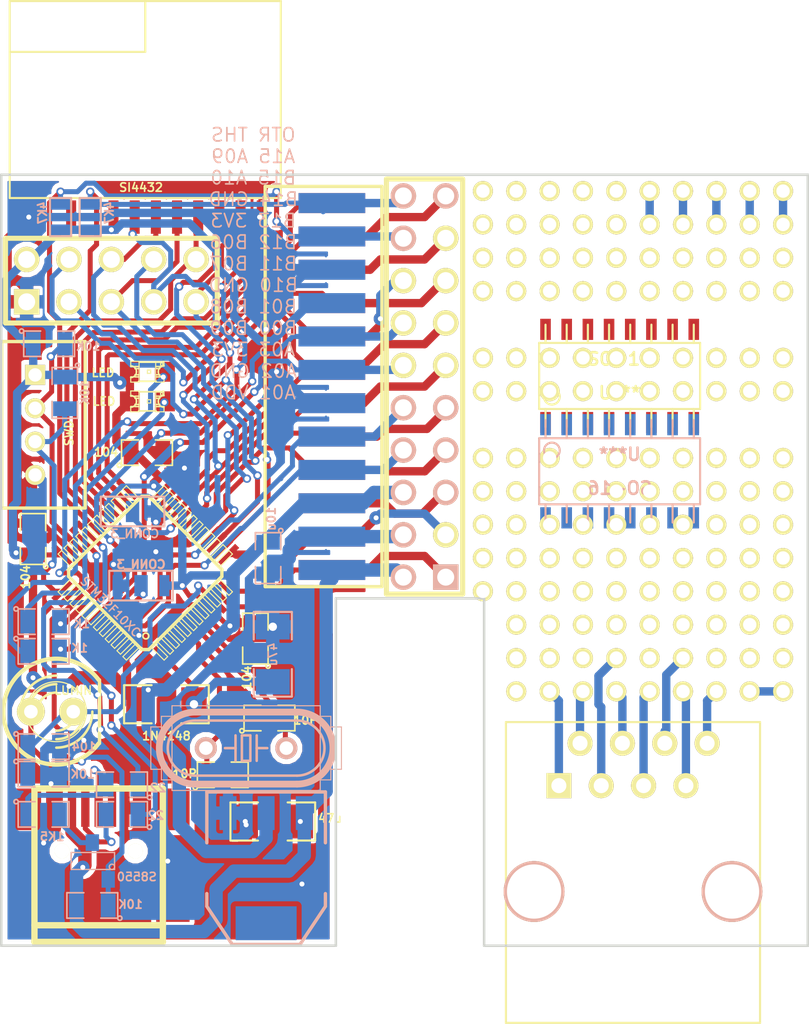
<source format=kicad_pcb>
(kicad_pcb (version 3) (host pcbnew "(2013-07-07 BZR 4022)-stable")
  (layers (15 F.Cu signal) (0 B.Cu signal) (18 B.Paste user) (19 F.Paste user) (20 B.SilkS user) (21 F.SilkS user) (22 B.Mask user) (23 F.Mask user) (28 Edge.Cuts user))
  (net 0 "")
  (net 1 +3.3V)
  (net 2 /A1)
  (net 3 /A10)
  (net 4 /A15)
  (net 5 /A2)
  (net 6 /A3)
  (net 7 /A9)
  (net 8 /ADC)
  (net 9 /B0)
  (net 10 /B1)
  (net 11 /B10)
  (net 12 /B11)
  (net 13 /B12)
  (net 14 /B13)
  (net 15 /B14)
  (net 16 /B15)
  (net 17 /B6)
  (net 18 /B7)
  (net 19 /B8)
  (net 20 /B9)
  (net 21 /LED0)
  (net 22 /LED1)
  (net 23 /RF2SEL)
  (net 24 /RFSCK)
  (net 25 /RFSDI)
  (net 26 /RFSDO)
  (net 27 /RFnSEL)
  (net 28 /TCK)
  (net 29 /TMS)
  (net 30 /USBDM)
  (net 31 /USBDP)
  (net 32 /USBI)
  (net 33 /nRST)
  (net 34 GND)
  (net 35 N-000001)
  (net 36 N-0000011)
  (net 37 N-0000013)
  (net 38 N-0000014)
  (net 39 N-0000015)
  (net 40 N-0000016)
  (net 41 N-0000017)
  (net 42 N-0000018)
  (net 43 N-0000019)
  (net 44 N-000002)
  (net 45 N-0000020)
  (net 46 N-0000034)
  (net 47 N-0000035)
  (net 48 N-0000052)
  (net 49 N-0000058)
  (net 50 N-0000059)
  (net 51 N-0000060)
  (net 52 N-0000065)
  (net 53 N-0000082)
  (net 54 N-000009)
  (net 55 VDD)
  (module ROW10_2mm (layer F.Cu) (at 79 44)
    (fp_text reference P? hide)
    (fp_text value ROW10_2mm hide)
    (pad 1 thru_hole circle (at -11 0) (size 1.2 1.2) (drill 0.8) (layers *.Cu *.Mask F.SilkS) (clearance 0.1))
    (pad 2 thru_hole circle (at -9 0) (size 1.2 1.2) (drill 0.8) (layers *.Cu *.Mask F.SilkS) (clearance 0.1))
    (pad 3 thru_hole circle (at -7 0) (size 1.2 1.2) (drill 0.8) (layers *.Cu *.Mask F.SilkS) (clearance 0.1))
    (pad 4 thru_hole circle (at -5 0) (size 1.2 1.2) (drill 0.8) (layers *.Cu *.Mask F.SilkS) (clearance 0.1))
    (pad 5 thru_hole circle (at -3 0) (size 1.2 1.2) (drill 0.8) (layers *.Cu *.Mask F.SilkS) (clearance 0.1))
    (pad 6 thru_hole circle (at -1 0) (size 1.2 1.2) (drill 0.8) (layers *.Cu *.Mask F.SilkS) (clearance 0.1))
    (pad 7 thru_hole circle (at 1 0) (size 1.2 1.2) (drill 0.8) (layers *.Cu *.Mask F.SilkS) (clearance 0.1))
    (pad 8 thru_hole circle (at 3 0) (size 1.2 1.2) (drill 0.8) (layers *.Cu *.Mask F.SilkS) (clearance 0.1))
    (pad 9 thru_hole circle (at 5 0) (size 1.2 1.2) (drill 0.8) (layers *.Cu *.Mask F.SilkS) (clearance 0.1))
    (pad 10 thru_hole circle (at 7 0) (size 1.2 1.2) (drill 0.8) (layers *.Cu *.Mask F.SilkS) (clearance 0.1))
  )
  (module ROW10_2mm (layer F.Cu) (at 79 46)
    (fp_text reference P? hide)
    (fp_text value ROW10_2mm hide)
    (pad 1 thru_hole circle (at -11 0) (size 1.2 1.2) (drill 0.8) (layers *.Cu *.Mask F.SilkS) (clearance 0.1))
    (pad 2 thru_hole circle (at -9 0) (size 1.2 1.2) (drill 0.8) (layers *.Cu *.Mask F.SilkS) (clearance 0.1))
    (pad 3 thru_hole circle (at -7 0) (size 1.2 1.2) (drill 0.8) (layers *.Cu *.Mask F.SilkS) (clearance 0.1))
    (pad 4 thru_hole circle (at -5 0) (size 1.2 1.2) (drill 0.8) (layers *.Cu *.Mask F.SilkS) (clearance 0.1))
    (pad 5 thru_hole circle (at -3 0) (size 1.2 1.2) (drill 0.8) (layers *.Cu *.Mask F.SilkS) (clearance 0.1))
    (pad 6 thru_hole circle (at -1 0) (size 1.2 1.2) (drill 0.8) (layers *.Cu *.Mask F.SilkS) (clearance 0.1))
    (pad 7 thru_hole circle (at 1 0) (size 1.2 1.2) (drill 0.8) (layers *.Cu *.Mask F.SilkS) (clearance 0.1))
    (pad 8 thru_hole circle (at 3 0) (size 1.2 1.2) (drill 0.8) (layers *.Cu *.Mask F.SilkS) (clearance 0.1))
    (pad 9 thru_hole circle (at 5 0) (size 1.2 1.2) (drill 0.8) (layers *.Cu *.Mask F.SilkS) (clearance 0.1))
    (pad 10 thru_hole circle (at 7 0) (size 1.2 1.2) (drill 0.8) (layers *.Cu *.Mask F.SilkS) (clearance 0.1))
  )
  (module ROW10_2mm (layer F.Cu) (at 79 52)
    (fp_text reference P? hide)
    (fp_text value ROW10_2mm hide)
    (pad 1 thru_hole circle (at -11 0) (size 1.2 1.2) (drill 0.8) (layers *.Cu *.Mask F.SilkS) (clearance 0.1))
    (pad 2 thru_hole circle (at -9 0) (size 1.2 1.2) (drill 0.8) (layers *.Cu *.Mask F.SilkS) (clearance 0.1))
    (pad 3 thru_hole circle (at -7 0) (size 1.2 1.2) (drill 0.8) (layers *.Cu *.Mask F.SilkS) (clearance 0.1))
    (pad 4 thru_hole circle (at -5 0) (size 1.2 1.2) (drill 0.8) (layers *.Cu *.Mask F.SilkS) (clearance 0.1))
    (pad 5 thru_hole circle (at -3 0) (size 1.2 1.2) (drill 0.8) (layers *.Cu *.Mask F.SilkS) (clearance 0.1))
    (pad 6 thru_hole circle (at -1 0) (size 1.2 1.2) (drill 0.8) (layers *.Cu *.Mask F.SilkS) (clearance 0.1))
    (pad 7 thru_hole circle (at 1 0) (size 1.2 1.2) (drill 0.8) (layers *.Cu *.Mask F.SilkS) (clearance 0.1))
    (pad 8 thru_hole circle (at 3 0) (size 1.2 1.2) (drill 0.8) (layers *.Cu *.Mask F.SilkS) (clearance 0.1))
    (pad 9 thru_hole circle (at 5 0) (size 1.2 1.2) (drill 0.8) (layers *.Cu *.Mask F.SilkS) (clearance 0.1))
    (pad 10 thru_hole circle (at 7 0) (size 1.2 1.2) (drill 0.8) (layers *.Cu *.Mask F.SilkS) (clearance 0.1))
  )
  (module ROW10_2mm (layer F.Cu) (at 79 50)
    (fp_text reference P? hide)
    (fp_text value ROW10_2mm hide)
    (pad 1 thru_hole circle (at -11 0) (size 1.2 1.2) (drill 0.8) (layers *.Cu *.Mask F.SilkS) (clearance 0.1))
    (pad 2 thru_hole circle (at -9 0) (size 1.2 1.2) (drill 0.8) (layers *.Cu *.Mask F.SilkS) (clearance 0.1))
    (pad 3 thru_hole circle (at -7 0) (size 1.2 1.2) (drill 0.8) (layers *.Cu *.Mask F.SilkS) (clearance 0.1))
    (pad 4 thru_hole circle (at -5 0) (size 1.2 1.2) (drill 0.8) (layers *.Cu *.Mask F.SilkS) (clearance 0.1))
    (pad 5 thru_hole circle (at -3 0) (size 1.2 1.2) (drill 0.8) (layers *.Cu *.Mask F.SilkS) (clearance 0.1))
    (pad 6 thru_hole circle (at -1 0) (size 1.2 1.2) (drill 0.8) (layers *.Cu *.Mask F.SilkS) (clearance 0.1))
    (pad 7 thru_hole circle (at 1 0) (size 1.2 1.2) (drill 0.8) (layers *.Cu *.Mask F.SilkS) (clearance 0.1))
    (pad 8 thru_hole circle (at 3 0) (size 1.2 1.2) (drill 0.8) (layers *.Cu *.Mask F.SilkS) (clearance 0.1))
    (pad 9 thru_hole circle (at 5 0) (size 1.2 1.2) (drill 0.8) (layers *.Cu *.Mask F.SilkS) (clearance 0.1))
    (pad 10 thru_hole circle (at 7 0) (size 1.2 1.2) (drill 0.8) (layers *.Cu *.Mask F.SilkS) (clearance 0.1))
  )
  (module SM1206 (layer F.Cu) (at 55.4 71.8 180)
    (fp_text reference C6 hide)
    (fp_text value 47u (at -3.429 0.1905 180) (layer F.SilkS) (effects (font (size 0.5 0.5) (thickness 0.1))))
    (pad 1 smd rect (at -1.651 0 180) (size 1.524 2.032) (layers F.Cu F.Paste F.Mask) (net 55 VDD))
    (pad 2 smd rect (at 1.651 0 180) (size 1.524 2.032) (layers F.Cu F.Paste F.Mask) (net 34 GND))
  )
  (module SM1206 (layer F.Cu) (at 49.022 64.77)
    (fp_text reference D1 hide)
    (fp_text value 1N4148 (at 0 1.905) (layer F.SilkS) (effects (font (size 0.5 0.5) (thickness 0.1))))
    (pad 1 smd rect (at -1.651 0) (size 1.524 2.032) (layers F.Cu F.Paste F.Mask) (net 1 +3.3V))
    (pad 2 smd rect (at 1.651 0) (size 1.524 2.032) (layers F.Cu F.Paste F.Mask) (net 47 N-0000035))
  )
  (module SM0805 (layer F.Cu) (at 55.2 65.6)
    (fp_text reference C2 hide)
    (fp_text value 10P (at 2.159 0.127) (layer F.SilkS) (effects (font (size 0.50038 0.50038) (thickness 0.10922))))
    (pad 1 smd rect (at -0.9525 0) (size 0.889 1.397) (layers F.Cu F.Paste F.Mask) (net 34 GND))
    (pad 2 smd rect (at 0.9525 0) (size 0.889 1.397) (layers F.Cu F.Paste F.Mask) (net 54 N-000009))
  )
  (module SM0805 (layer B.Cu) (at 41.9862 43.1546)
    (fp_text reference R6 hide)
    (fp_text value 10K (at 2.3368 0.1524) (layer B.SilkS) (effects (font (size 0.50038 0.50038) (thickness 0.10922)) (justify mirror)))
    (pad 1 smd rect (at -0.9525 0) (size 0.889 1.397) (layers B.Cu B.Paste B.Mask) (net 1 +3.3V))
    (pad 2 smd rect (at 0.9525 0) (size 0.889 1.397) (layers B.Cu B.Paste B.Mask) (net 29 /TMS))
  )
  (module SM0805 (layer B.Cu) (at 42.926 46.101 270)
    (fp_text reference R5 hide)
    (fp_text value 10K (at 0 -1.2065 270) (layer B.SilkS) (effects (font (size 0.50038 0.50038) (thickness 0.10922)) (justify mirror)))
    (pad 1 smd rect (at -0.9525 0 270) (size 0.889 1.397) (layers B.Cu B.Paste B.Mask) (net 1 +3.3V))
    (pad 2 smd rect (at 0.9525 0 270) (size 0.889 1.397) (layers B.Cu B.Paste B.Mask) (net 28 /TCK))
  )
  (module SM0805 (layer B.Cu) (at 41.656 71.374)
    (fp_text reference R8 hide)
    (fp_text value 1K5 (at 0.508 1.3335) (layer B.SilkS) (effects (font (size 0.50038 0.50038) (thickness 0.10922)) (justify mirror)))
    (pad 1 smd rect (at -0.9525 0) (size 0.889 1.397) (layers B.Cu B.Paste B.Mask) (net 48 N-0000052))
    (pad 2 smd rect (at 0.9525 0) (size 0.889 1.397) (layers B.Cu B.Paste B.Mask) (net 53 N-0000082))
  )
  (module SM0805 (layer B.Cu) (at 41.656 59.817)
    (fp_text reference R17 hide)
    (fp_text value 1K (at 2.286 0.127) (layer B.SilkS) (effects (font (size 0.50038 0.50038) (thickness 0.10922)) (justify mirror)))
    (pad 1 smd rect (at -0.9525 0) (size 0.889 1.397) (layers B.Cu B.Paste B.Mask) (net 50 N-0000059))
    (pad 2 smd rect (at 0.9525 0) (size 0.889 1.397) (layers B.Cu B.Paste B.Mask) (net 21 /LED0))
  )
  (module SM0805 (layer B.Cu) (at 41.656 61.595)
    (fp_text reference R18 hide)
    (fp_text value 1K (at 2.159 -0.1905) (layer B.SilkS) (effects (font (size 0.50038 0.50038) (thickness 0.10922)) (justify mirror)))
    (pad 1 smd rect (at -0.9525 0) (size 0.889 1.397) (layers B.Cu B.Paste B.Mask) (net 49 N-0000058))
    (pad 2 smd rect (at 0.9525 0) (size 0.889 1.397) (layers B.Cu B.Paste B.Mask) (net 22 /LED1))
  )
  (module SM0805 (layer B.Cu) (at 44.577 76.835 180)
    (fp_text reference R9 hide)
    (fp_text value 10K (at -2.286 0.0635 180) (layer B.SilkS) (effects (font (size 0.50038 0.50038) (thickness 0.10922)) (justify mirror)))
    (pad 1 smd rect (at -0.9525 0 180) (size 0.889 1.397) (layers B.Cu B.Paste B.Mask) (net 32 /USBI))
    (pad 2 smd rect (at 0.9525 0 180) (size 0.889 1.397) (layers B.Cu B.Paste B.Mask) (net 55 VDD))
  )
  (module SM0805 (layer B.Cu) (at 55.118 56.007 270)
    (fp_text reference C7 hide)
    (fp_text value 10u (at -2.3495 -0.1905 270) (layer B.SilkS) (effects (font (size 0.50038 0.50038) (thickness 0.10922)) (justify mirror)))
    (pad 1 smd rect (at -0.9525 0 270) (size 0.889 1.397) (layers B.Cu B.Paste B.Mask) (net 1 +3.3V))
    (pad 2 smd rect (at 0.9525 0 270) (size 0.889 1.397) (layers B.Cu B.Paste B.Mask) (net 34 GND))
  )
  (module SM0805 (layer F.Cu) (at 41.021 54.864 90)
    (fp_text reference C8 hide)
    (fp_text value 104 (at -2.286 -0.4445 90) (layer F.SilkS) (effects (font (size 0.50038 0.50038) (thickness 0.10922))))
    (pad 1 smd rect (at -0.9525 0 90) (size 0.889 1.397) (layers F.Cu F.Paste F.Mask) (net 1 +3.3V))
    (pad 2 smd rect (at 0.9525 0 90) (size 0.889 1.397) (layers F.Cu F.Paste F.Mask) (net 34 GND))
  )
  (module SM0805 (layer F.Cu) (at 52.4 69)
    (fp_text reference C1 hide)
    (fp_text value 10P (at -2.286 -0.0635) (layer F.SilkS) (effects (font (size 0.50038 0.50038) (thickness 0.10922))))
    (pad 1 smd rect (at -0.9525 0) (size 0.889 1.397) (layers F.Cu F.Paste F.Mask) (net 52 N-0000065))
    (pad 2 smd rect (at 0.9525 0) (size 0.889 1.397) (layers F.Cu F.Paste F.Mask) (net 34 GND))
  )
  (module SM0805 (layer F.Cu) (at 54.356 60.833 90)
    (fp_text reference C3 hide)
    (fp_text value 104 (at -2.3495 -0.508 90) (layer F.SilkS) (effects (font (size 0.50038 0.50038) (thickness 0.10922))))
    (pad 1 smd rect (at -0.9525 0 90) (size 0.889 1.397) (layers F.Cu F.Paste F.Mask) (net 33 /nRST))
    (pad 2 smd rect (at 0.9525 0 90) (size 0.889 1.397) (layers F.Cu F.Paste F.Mask) (net 34 GND))
  )
  (module SM0805 (layer B.Cu) (at 41.656 67.31)
    (fp_text reference C10 hide)
    (fp_text value 104 (at 2.413 0) (layer B.SilkS) (effects (font (size 0.50038 0.50038) (thickness 0.10922)) (justify mirror)))
    (pad 1 smd rect (at -0.9525 0) (size 0.889 1.397) (layers B.Cu B.Paste B.Mask) (net 8 /ADC))
    (pad 2 smd rect (at 0.9525 0) (size 0.889 1.397) (layers B.Cu B.Paste B.Mask) (net 34 GND))
  )
  (module SM0805 (layer B.Cu) (at 41.656 68.961)
    (fp_text reference R12 hide)
    (fp_text value 10K (at 2.3495 0) (layer B.SilkS) (effects (font (size 0.50038 0.50038) (thickness 0.10922)) (justify mirror)))
    (pad 1 smd rect (at -0.9525 0) (size 0.889 1.397) (layers B.Cu B.Paste B.Mask) (net 8 /ADC))
    (pad 2 smd rect (at 0.9525 0) (size 0.889 1.397) (layers B.Cu B.Paste B.Mask) (net 34 GND))
  )
  (module SM0805 (layer B.Cu) (at 46.355 69.596 180)
    (fp_text reference R26 hide)
    (fp_text value 22 (at -2.159 -0.1905 180) (layer B.SilkS) (effects (font (size 0.50038 0.50038) (thickness 0.10922)) (justify mirror)))
    (pad 1 smd rect (at -0.9525 0 180) (size 0.889 1.397) (layers B.Cu B.Paste B.Mask) (net 31 /USBDP))
    (pad 2 smd rect (at 0.9525 0 180) (size 0.889 1.397) (layers B.Cu B.Paste B.Mask) (net 48 N-0000052))
  )
  (module SM0805 (layer B.Cu) (at 46.355 71.374 180)
    (fp_text reference R27 hide)
    (fp_text value 22 (at -2.032 -0.0635 180) (layer B.SilkS) (effects (font (size 0.50038 0.50038) (thickness 0.10922)) (justify mirror)))
    (pad 1 smd rect (at -0.9525 0 180) (size 0.889 1.397) (layers B.Cu B.Paste B.Mask) (net 30 /USBDM))
    (pad 2 smd rect (at 0.9525 0 180) (size 0.889 1.397) (layers B.Cu B.Paste B.Mask) (net 35 N-000001))
  )
  (module SM0603 (layer B.Cu) (at 42.672 35.56 90)
    (fp_text reference R3 hide)
    (fp_text value 4K7 (at 0.254 -1.0795 90) (layer B.SilkS) (effects (font (size 0.508 0.4572) (thickness 0.1143)) (justify mirror)))
    (pad 1 smd rect (at -0.762 0 90) (size 0.635 1.143) (layers B.Cu B.Paste B.Mask) (net 1 +3.3V))
    (pad 2 smd rect (at 0.762 0 90) (size 0.635 1.143) (layers B.Cu B.Paste B.Mask) (net 3 /A10))
  )
  (module SM0603 (layer B.Cu) (at 44.45 35.56 90)
    (fp_text reference R4 hide)
    (fp_text value 4K7 (at 0.254 1.143 90) (layer B.SilkS) (effects (font (size 0.508 0.4572) (thickness 0.1143)) (justify mirror)))
    (pad 1 smd rect (at -0.762 0 90) (size 0.635 1.143) (layers B.Cu B.Paste B.Mask) (net 1 +3.3V))
    (pad 2 smd rect (at 0.762 0 90) (size 0.635 1.143) (layers B.Cu B.Paste B.Mask) (net 7 /A9))
  )
  (module RJ45_8 (layer F.Cu) (at 77 76)
    (fp_text reference J1 hide)
    (fp_text value RJ45 hide)
    (pad Hole np_thru_hole circle (at 5.93852 0) (size 3.64998 3.64998) (drill 3.2512) (layers *.Cu *.SilkS *.Mask))
    (pad Hole np_thru_hole circle (at -5.9309 0) (size 3.64998 3.64998) (drill 3.2512) (layers *.Cu *.SilkS *.Mask))
    (pad 1 thru_hole rect (at -4.445 -6.35) (size 1.50114 1.50114) (drill 0.89916) (layers *.Cu *.Mask F.SilkS) (net 40 N-0000016))
    (pad 2 thru_hole circle (at -3.175 -8.89) (size 1.50114 1.50114) (drill 0.89916) (layers *.Cu *.Mask F.SilkS) (net 41 N-0000017))
    (pad 3 thru_hole circle (at -1.905 -6.35) (size 1.50114 1.50114) (drill 0.89916) (layers *.Cu *.Mask F.SilkS) (net 42 N-0000018))
    (pad 4 thru_hole circle (at -0.635 -8.89) (size 1.50114 1.50114) (drill 0.89916) (layers *.Cu *.Mask F.SilkS) (net 43 N-0000019))
    (pad 5 thru_hole circle (at 0.635 -6.35) (size 1.50114 1.50114) (drill 0.89916) (layers *.Cu *.Mask F.SilkS) (net 45 N-0000020))
    (pad 6 thru_hole circle (at 1.905 -8.89) (size 1.50114 1.50114) (drill 0.89916) (layers *.Cu *.Mask F.SilkS) (net 37 N-0000013))
    (pad 7 thru_hole circle (at 3.175 -6.35) (size 1.50114 1.50114) (drill 0.89916) (layers *.Cu *.Mask F.SilkS) (net 38 N-0000014))
    (pad 8 thru_hole circle (at 4.445 -8.89) (size 1.50114 1.50114) (drill 0.89916) (layers *.Cu *.Mask F.SilkS) (net 39 N-0000015))
  )
  (module PIN_ARRAY_5x2 (layer F.Cu) (at 45.72 39.37)
    (fp_text reference P3 hide)
    (fp_text value nRF24L01 hide)
    (pad 1 thru_hole rect (at -5.08 1.27) (size 1.524 1.524) (drill 1.016) (layers *.Cu *.Mask F.SilkS) (net 34 GND))
    (pad 2 thru_hole circle (at -5.08 -1.27) (size 1.524 1.524) (drill 1.016) (layers *.Cu *.Mask F.SilkS) (net 1 +3.3V))
    (pad 3 thru_hole circle (at -2.54 1.27) (size 1.524 1.524) (drill 1.016) (layers *.Cu *.Mask F.SilkS) (net 12 /B11))
    (pad 4 thru_hole circle (at -2.54 -1.27) (size 1.524 1.524) (drill 1.016) (layers *.Cu *.Mask F.SilkS) (net 27 /RFnSEL))
    (pad 5 thru_hole circle (at 0 1.27) (size 1.524 1.524) (drill 1.016) (layers *.Cu *.Mask F.SilkS) (net 24 /RFSCK))
    (pad 6 thru_hole circle (at 0 -1.27) (size 1.524 1.524) (drill 1.016) (layers *.Cu *.Mask F.SilkS) (net 25 /RFSDI))
    (pad 7 thru_hole circle (at 2.54 1.27) (size 1.524 1.524) (drill 1.016) (layers *.Cu *.Mask F.SilkS) (net 26 /RFSDO))
    (pad 8 thru_hole circle (at 2.54 -1.27) (size 1.524 1.524) (drill 1.016) (layers *.Cu *.Mask F.SilkS) (net 9 /B0))
    (pad 9 thru_hole circle (at 5.08 1.27) (size 1.524 1.524) (drill 1.016) (layers *.Cu *.Mask F.SilkS) (net 11 /B10))
    (pad 10 thru_hole circle (at 5.08 -1.27) (size 1.524 1.524) (drill 1.016) (layers *.Cu *.Mask F.SilkS) (net 23 /RF2SEL))
  )
  (module LED-5MM (layer F.Cu) (at 42.164 65.2145)
    (fp_text reference VR1 hide)
    (fp_text value LUMIN (at 1.27 -1.27) (layer F.SilkS) (effects (font (size 0.5 0.5) (thickness 0.0889))))
    (pad 1 thru_hole circle (at -1.27 0) (size 1.6764 1.6764) (drill 0.8128) (layers *.Cu *.Mask F.SilkS) (net 55 VDD))
    (pad 2 thru_hole circle (at 1.27 0) (size 1.6764 1.6764) (drill 0.8128) (layers *.Cu *.Mask F.SilkS) (net 8 /ADC))
  )
  (module LED-0805 (layer F.Cu) (at 47.879 46.609)
    (fp_text reference D3 hide)
    (fp_text value LED (at -2.6035 0) (layer F.SilkS) (effects (font (size 0.5 0.5) (thickness 0.1))))
    (pad 1 smd rect (at -1.04902 0) (size 1.19888 1.19888) (layers F.Cu F.Paste F.Mask) (net 1 +3.3V))
    (pad 2 smd rect (at 1.04902 0) (size 1.19888 1.19888) (layers F.Cu F.Paste F.Mask) (net 50 N-0000059))
  )
  (module LED-0805 (layer F.Cu) (at 47.879 44.831)
    (fp_text reference D4 hide)
    (fp_text value LED (at -2.667 0.0635) (layer F.SilkS) (effects (font (size 0.5 0.5) (thickness 0.1))))
    (pad 1 smd rect (at -1.04902 0) (size 1.19888 1.19888) (layers F.Cu F.Paste F.Mask) (net 1 +3.3V))
    (pad 2 smd rect (at 1.04902 0) (size 1.19888 1.19888) (layers F.Cu F.Paste F.Mask) (net 49 N-0000058))
  )
  (module nxp-LQFP48 (layer F.Cu) (at 47.752 56.896 135)
    (fp_text reference U1 hide)
    (fp_text value STM32F10XC (at 0.044901 -2.918583 135) (layer B.SilkS) (effects (font (size 0.5 0.5) (thickness 0.0889))))
    (pad 1 smd rect (at -4.29768 -2.74828 135) (size 1.4986 0.34798) (layers F.Cu F.Paste F.Mask) (net 47 N-0000035))
    (pad 2 smd rect (at -4.29768 -2.2479 135) (size 1.4986 0.34798) (layers F.Cu F.Paste F.Mask))
    (pad 3 smd rect (at -4.29768 -1.74752 135) (size 1.4986 0.34798) (layers F.Cu F.Paste F.Mask) (net 51 N-0000060))
    (pad 4 smd rect (at -4.29768 -1.24968 135) (size 1.4986 0.34798) (layers F.Cu F.Paste F.Mask) (net 36 N-0000011))
    (pad 5 smd rect (at -4.29768 -0.7493 135) (size 1.4986 0.34798) (layers F.Cu F.Paste F.Mask) (net 52 N-0000065))
    (pad 6 smd rect (at -4.29768 -0.24892 135) (size 1.4986 0.34798) (layers F.Cu F.Paste F.Mask) (net 54 N-000009))
    (pad 7 smd rect (at -4.29768 0.24892 135) (size 1.4986 0.34798) (layers F.Cu F.Paste F.Mask) (net 33 /nRST))
    (pad 8 smd rect (at -4.29768 0.7493 135) (size 1.4986 0.34798) (layers F.Cu F.Paste F.Mask) (net 34 GND))
    (pad 9 smd rect (at -4.29768 1.24968 135) (size 1.4986 0.34798) (layers F.Cu F.Paste F.Mask) (net 1 +3.3V))
    (pad 10 smd rect (at -4.29768 1.74752 135) (size 1.4986 0.34798) (layers F.Cu F.Paste F.Mask) (net 8 /ADC))
    (pad 11 smd rect (at -4.29768 2.2479 135) (size 1.4986 0.34798) (layers F.Cu F.Paste F.Mask) (net 2 /A1))
    (pad 12 smd rect (at -4.29768 2.74828 135) (size 1.4986 0.34798) (layers F.Cu F.Paste F.Mask) (net 5 /A2))
    (pad 13 smd rect (at -2.74828 4.29768 135) (size 0.34798 1.4986) (layers F.Cu F.Paste F.Mask) (net 6 /A3))
    (pad 14 smd rect (at -2.2479 4.29768 135) (size 0.34798 1.4986) (layers F.Cu F.Paste F.Mask) (net 27 /RFnSEL))
    (pad 15 smd rect (at -1.74752 4.29768 135) (size 0.34798 1.4986) (layers F.Cu F.Paste F.Mask) (net 24 /RFSCK))
    (pad 16 smd rect (at -1.24968 4.29768 135) (size 0.34798 1.4986) (layers F.Cu F.Paste F.Mask) (net 26 /RFSDO))
    (pad 17 smd rect (at -0.7493 4.29768 135) (size 0.34798 1.4986) (layers F.Cu F.Paste F.Mask) (net 25 /RFSDI))
    (pad 18 smd rect (at -0.24892 4.29768 135) (size 0.34798 1.4986) (layers F.Cu F.Paste F.Mask) (net 9 /B0))
    (pad 19 smd rect (at 0.24892 4.29768 135) (size 0.34798 1.4986) (layers F.Cu F.Paste F.Mask) (net 10 /B1))
    (pad 20 smd rect (at 0.7493 4.29768 135) (size 0.34798 1.4986) (layers F.Cu F.Paste F.Mask) (net 46 N-0000034))
    (pad 21 smd rect (at 1.24968 4.29768 135) (size 0.34798 1.4986) (layers F.Cu F.Paste F.Mask) (net 11 /B10))
    (pad 22 smd rect (at 1.74752 4.29768 135) (size 0.34798 1.4986) (layers F.Cu F.Paste F.Mask) (net 12 /B11))
    (pad 23 smd rect (at 2.2479 4.29768 135) (size 0.34798 1.4986) (layers F.Cu F.Paste F.Mask) (net 34 GND))
    (pad 24 smd rect (at 2.74828 4.29768 135) (size 0.34798 1.4986) (layers F.Cu F.Paste F.Mask) (net 1 +3.3V))
    (pad 25 smd rect (at 4.29768 2.74828 135) (size 1.4986 0.34798) (layers F.Cu F.Paste F.Mask) (net 13 /B12))
    (pad 26 smd rect (at 4.29768 2.2479 135) (size 1.4986 0.34798) (layers F.Cu F.Paste F.Mask) (net 14 /B13))
    (pad 27 smd rect (at 4.29768 1.74752 135) (size 1.4986 0.34798) (layers F.Cu F.Paste F.Mask) (net 15 /B14))
    (pad 28 smd rect (at 4.29768 1.24968 135) (size 1.4986 0.34798) (layers F.Cu F.Paste F.Mask) (net 16 /B15))
    (pad 29 smd rect (at 4.29768 0.7493 135) (size 1.4986 0.34798) (layers F.Cu F.Paste F.Mask) (net 23 /RF2SEL))
    (pad 30 smd rect (at 4.29768 0.24892 135) (size 1.4986 0.34798) (layers F.Cu F.Paste F.Mask) (net 7 /A9))
    (pad 31 smd rect (at 4.29768 -0.24892 135) (size 1.4986 0.34798) (layers F.Cu F.Paste F.Mask) (net 3 /A10))
    (pad 32 smd rect (at 4.29768 -0.7493 135) (size 1.4986 0.34798) (layers F.Cu F.Paste F.Mask) (net 30 /USBDM))
    (pad 33 smd rect (at 4.29768 -1.24968 135) (size 1.4986 0.34798) (layers F.Cu F.Paste F.Mask) (net 31 /USBDP))
    (pad 34 smd rect (at 4.29768 -1.74752 135) (size 1.4986 0.34798) (layers F.Cu F.Paste F.Mask) (net 29 /TMS))
    (pad 35 smd rect (at 4.29768 -2.2479 135) (size 1.4986 0.34798) (layers F.Cu F.Paste F.Mask) (net 34 GND))
    (pad 36 smd rect (at 4.29768 -2.74828 135) (size 1.4986 0.34798) (layers F.Cu F.Paste F.Mask) (net 1 +3.3V))
    (pad 37 smd rect (at 2.74828 -4.29768 135) (size 0.34798 1.4986) (layers F.Cu F.Paste F.Mask) (net 28 /TCK))
    (pad 38 smd rect (at 2.2479 -4.29768 135) (size 0.34798 1.4986) (layers F.Cu F.Paste F.Mask) (net 4 /A15))
    (pad 39 smd rect (at 1.74752 -4.29768 135) (size 0.34798 1.4986) (layers F.Cu F.Paste F.Mask) (net 32 /USBI))
    (pad 40 smd rect (at 1.24968 -4.29768 135) (size 0.34798 1.4986) (layers F.Cu F.Paste F.Mask) (net 21 /LED0))
    (pad 41 smd rect (at 0.7493 -4.29768 135) (size 0.34798 1.4986) (layers F.Cu F.Paste F.Mask) (net 22 /LED1))
    (pad 42 smd rect (at 0.24892 -4.29768 135) (size 0.34798 1.4986) (layers F.Cu F.Paste F.Mask) (net 17 /B6))
    (pad 43 smd rect (at -0.24892 -4.29768 135) (size 0.34798 1.4986) (layers F.Cu F.Paste F.Mask) (net 18 /B7))
    (pad 44 smd rect (at -0.7493 -4.29768 135) (size 0.34798 1.4986) (layers F.Cu F.Paste F.Mask) (net 44 N-000002))
    (pad 45 smd rect (at -1.24968 -4.29768 135) (size 0.34798 1.4986) (layers F.Cu F.Paste F.Mask) (net 19 /B8))
    (pad 46 smd rect (at -1.74752 -4.29768 135) (size 0.34798 1.4986) (layers F.Cu F.Paste F.Mask) (net 20 /B9))
    (pad 47 smd rect (at -2.2479 -4.29768 135) (size 0.34798 1.4986) (layers F.Cu F.Paste F.Mask) (net 34 GND))
    (pad 48 smd rect (at -2.74828 -4.29768 135) (size 0.34798 1.4986) (layers F.Cu F.Paste F.Mask) (net 1 +3.3V))
  )
  (module pin_array_10x2 (layer F.Cu) (at 64.5 45.72 90)
    (fp_text reference P5 hide)
    (fp_text value CONN_10X2 hide)
    (pad 19 thru_hole circle (at 11.43 1.27 90) (size 1.524 1.524) (drill 1.016) (layers *.Cu *.SilkS *.Mask) (net 16 /B15))
    (pad 20 thru_hole circle (at 11.43 -1.27 90) (size 1.524 1.524) (drill 1.016) (layers *.Cu *.SilkS *.Mask) (net 7 /A9))
    (pad 18 thru_hole circle (at 8.89 -1.27 90) (size 1.524 1.524) (drill 1.016) (layers *.Cu *.SilkS *.Mask) (net 3 /A10))
    (pad 17 thru_hole circle (at 8.89 1.27 90) (size 1.524 1.524) (drill 1.016) (layers *.Cu *.Mask F.SilkS) (net 15 /B14))
    (pad 1 thru_hole rect (at -11.43 1.27 90) (size 1.524 1.524) (drill 1.016) (layers *.Cu *.SilkS *.Mask) (net 2 /A1))
    (pad 2 thru_hole circle (at -11.43 -1.27 90) (size 1.524 1.524) (drill 1.016) (layers *.Cu *.SilkS *.Mask) (net 55 VDD))
    (pad 3 thru_hole circle (at -8.89 1.27 90) (size 1.524 1.524) (drill 1.016) (layers *.Cu *.Mask F.SilkS) (net 5 /A2))
    (pad 4 thru_hole circle (at -8.89 -1.27 90) (size 1.524 1.524) (drill 1.016) (layers *.Cu *.SilkS *.Mask) (net 34 GND))
    (pad 5 thru_hole circle (at -6.35 1.27 90) (size 1.524 1.524) (drill 1.016) (layers *.Cu *.SilkS *.Mask) (net 6 /A3))
    (pad 6 thru_hole circle (at -6.35 -1.27 90) (size 1.524 1.524) (drill 1.016) (layers *.Cu *.SilkS *.Mask) (net 1 +3.3V))
    (pad 7 thru_hole circle (at -3.81 1.27 90) (size 1.524 1.524) (drill 1.016) (layers *.Cu *.SilkS *.Mask) (net 9 /B0))
    (pad 8 thru_hole circle (at -3.81 -1.27 90) (size 1.524 1.524) (drill 1.016) (layers *.Cu *.SilkS *.Mask) (net 20 /B9))
    (pad 9 thru_hole circle (at -1.27 1.27 90) (size 1.524 1.524) (drill 1.016) (layers *.Cu *.SilkS *.Mask) (net 10 /B1))
    (pad 10 thru_hole circle (at -1.27 -1.27 90) (size 1.524 1.524) (drill 1.016) (layers *.Cu *.SilkS *.Mask) (net 19 /B8))
    (pad 11 thru_hole circle (at 1.27 1.27 90) (size 1.524 1.524) (drill 1.016) (layers *.Cu *.Mask F.SilkS) (net 11 /B10))
    (pad 12 thru_hole circle (at 1.27 -1.27 90) (size 1.524 1.524) (drill 1.016) (layers *.Cu *.Mask F.SilkS) (net 18 /B7))
    (pad 13 thru_hole circle (at 3.81 1.27 90) (size 1.524 1.524) (drill 1.016) (layers *.Cu *.Mask F.SilkS) (net 12 /B11))
    (pad 14 thru_hole circle (at 3.81 -1.27 90) (size 1.524 1.524) (drill 1.016) (layers *.Cu *.Mask F.SilkS) (net 17 /B6))
    (pad 15 thru_hole circle (at 6.35 1.27 90) (size 1.524 1.524) (drill 1.016) (layers *.Cu *.Mask F.SilkS) (net 14 /B13))
    (pad 16 thru_hole circle (at 6.35 -1.27 90) (size 1.524 1.524) (drill 1.016) (layers *.Cu *.Mask F.SilkS) (net 13 /B12))
  )
  (module crystal-HC49/S (layer B.Cu) (at 53.8 67.4)
    (fp_text reference X1 hide)
    (fp_text value 8M hide)
    (pad 1 thru_hole circle (at -2.413 0) (size 1.3208 1.3208) (drill 0.8128) (layers *.Cu B.Paste B.SilkS B.Mask) (net 52 N-0000065))
    (pad 2 thru_hole circle (at 2.413 0) (size 1.3208 1.3208) (drill 0.8128) (layers *.Cu B.Paste B.SilkS B.Mask) (net 54 N-000009))
  )
  (module Conn2mm12x2 (layer F.Cu) (at 59.944 45.72 90)
    (fp_text reference P4 hide)
    (fp_text value CONN_2mm hide)
    (pad 22 smd rect (at 8.99922 -1.00076 90) (size 1.19888 4.0005) (layers B.Cu B.Paste B.Mask) (net 3 /A10))
    (pad 21 smd rect (at 8.99922 -1.00076 90) (size 1.19888 4.0005) (layers F.Cu F.Paste F.Mask) (net 16 /B15))
    (pad 23 smd rect (at 11.00074 -1.00076 90) (size 1.19888 4.0005) (layers F.Cu F.Paste F.Mask) (net 4 /A15))
    (pad 24 smd rect (at 11.00074 -1.00076 90) (size 1.19888 4.0005) (layers B.Cu B.Paste B.Mask) (net 7 /A9))
    (pad 20 smd rect (at 7.00278 -1.00076 90) (size 1.19888 4.0005) (layers B.Cu B.Paste B.Mask) (net 34 GND))
    (pad 19 smd rect (at 7.00278 -1.00076 90) (size 1.19888 4.0005) (layers F.Cu F.Paste F.Mask) (net 15 /B14))
    (pad 17 smd rect (at 5.00126 -1.00076 90) (size 1.19888 4.0005) (layers F.Cu F.Paste F.Mask) (net 14 /B13))
    (pad 18 smd rect (at 5.00126 -1.00076 90) (size 1.19888 4.0005) (layers B.Cu B.Paste B.Mask) (net 1 +3.3V))
    (pad 14 smd rect (at 1.00076 -1.00076 90) (size 1.19888 4.0005) (layers B.Cu B.Paste B.Mask) (net 18 /B7))
    (pad 13 smd rect (at 1.00076 -1.00076 90) (size 1.19888 4.0005) (layers F.Cu F.Paste F.Mask) (net 12 /B11))
    (pad 15 smd rect (at 3.00228 -1.00076 90) (size 1.19888 4.0005) (layers F.Cu F.Paste F.Mask) (net 13 /B12))
    (pad 16 smd rect (at 3.00228 -1.00076 90) (size 1.19888 4.0005) (layers B.Cu B.Paste B.Mask) (net 17 /B6))
    (pad 12 smd rect (at -0.99822 -1.00076 90) (size 1.19888 4.0005) (layers B.Cu B.Paste B.Mask) (net 34 GND))
    (pad 11 smd rect (at -0.99822 -1.00076 90) (size 1.19888 4.0005) (layers F.Cu F.Paste F.Mask) (net 11 /B10))
    (pad 9 smd rect (at -2.99974 -1.00076 90) (size 1.19888 4.0005) (layers F.Cu F.Paste F.Mask) (net 10 /B1))
    (pad 10 smd rect (at -2.99974 -1.00076 90) (size 1.19888 4.0005) (layers B.Cu B.Paste B.Mask) (net 19 /B8))
    (pad 6 smd rect (at -7.00024 -1.00076 90) (size 1.19888 4.0005) (layers B.Cu B.Paste B.Mask) (net 1 +3.3V))
    (pad 5 smd rect (at -7.00024 -1.00076 90) (size 1.19888 4.0005) (layers F.Cu F.Paste F.Mask) (net 6 /A3))
    (pad 7 smd rect (at -4.99872 -1.00076 90) (size 1.19888 4.0005) (layers F.Cu F.Paste F.Mask) (net 9 /B0))
    (pad 8 smd rect (at -4.99872 -1.00076 90) (size 1.19888 4.0005) (layers B.Cu B.Paste B.Mask) (net 20 /B9))
    (pad 4 smd rect (at -8.99922 -1.00076 90) (size 1.19888 4.0005) (layers B.Cu B.Paste B.Mask) (net 34 GND))
    (pad 3 smd rect (at -8.99922 -1.00076 90) (size 1.19888 4.0005) (layers F.Cu F.Paste F.Mask) (net 5 /A2))
    (pad 1 smd rect (at -11.00074 -1.00076 90) (size 1.19888 4.0005) (layers F.Cu F.Paste F.Mask) (net 2 /A1))
    (pad 2 smd rect (at -11.00074 -1.00076 90) (size 1.19888 4.0005) (layers B.Cu B.Paste B.Mask) (net 55 VDD))
  )
  (module SOT223 (layer B.Cu) (at 55 74.6)
    (fp_text reference IC1 hide)
    (fp_text value REG1117 hide)
    (pad 4 smd rect (at 0 3.302) (size 3.6576 2.032) (layers B.Cu B.Paste B.Mask) (net 1 +3.3V))
    (pad 2 smd rect (at 0 -3.302) (size 1.016 2.032) (layers B.Cu B.Paste B.Mask) (net 1 +3.3V))
    (pad 3 smd rect (at 2.286 -3.302) (size 1.016 2.032) (layers B.Cu B.Paste B.Mask) (net 55 VDD))
    (pad 1 smd rect (at -2.286 -3.302) (size 1.016 2.032) (layers B.Cu B.Paste B.Mask) (net 34 GND))
  )
  (module SOT23 (layer B.Cu) (at 44.577 74.168 180)
    (fp_text reference Q1 hide)
    (fp_text value S8550 (at -2.667 -0.9525 180) (layer B.SilkS) (effects (font (size 0.50038 0.50038) (thickness 0.09906)) (justify mirror)))
    (pad 3 smd rect (at 0 1.09982 180) (size 0.8001 1.00076) (layers B.Cu B.Paste B.Mask) (net 53 N-0000082))
    (pad 2 smd rect (at 0.9525 -1.09982 180) (size 0.8001 1.00076) (layers B.Cu B.Paste B.Mask) (net 55 VDD))
    (pad 1 smd rect (at -0.9525 -1.09982 180) (size 0.8001 1.00076) (layers B.Cu B.Paste B.Mask) (net 32 /USBI))
  )
  (module PH2PIN4 (layer F.Cu) (at 41.148 48.006 270)
    (fp_text reference P1 hide)
    (fp_text value SWD (at 0.508 -2.032 270) (layer F.SilkS) (effects (font (size 0.5 0.5) (thickness 0.1))))
    (pad 1 thru_hole rect (at -2.984 0 270) (size 1.2 1.2) (drill 0.8) (layers *.Cu *.Mask F.SilkS) (net 1 +3.3V))
    (pad 2 thru_hole circle (at -0.984 0 270) (size 1.2 1.2) (drill 0.8) (layers *.Cu *.Mask F.SilkS) (net 29 /TMS))
    (pad 3 thru_hole circle (at 1.016 0 270) (size 1.2 1.2) (drill 0.8) (layers *.Cu *.Mask F.SilkS) (net 28 /TCK))
    (pad 4 thru_hole circle (at 3.016 0 270) (size 1.2 1.2) (drill 0.8) (layers *.Cu *.Mask F.SilkS) (net 34 GND))
  )
  (module SM0805 (layer F.Cu) (at 47.8536 49.6824)
    (fp_text reference C11 hide)
    (fp_text value 104 (at -2.4511 -0.0254) (layer F.SilkS) (effects (font (size 0.50038 0.50038) (thickness 0.10922))))
    (pad 1 smd rect (at -0.9525 0) (size 0.889 1.397) (layers F.Cu F.Paste F.Mask) (net 1 +3.3V))
    (pad 2 smd rect (at 0.9525 0) (size 0.889 1.397) (layers F.Cu F.Paste F.Mask) (net 34 GND))
  )
  (module USB_MINI_B (layer F.Cu) (at 44.958 74.422 90)
    (fp_text reference J2 hide)
    (fp_text value MINI-USB-5P hide)
    (pad 1 smd rect (at 3.44932 -1.6002 90) (size 2.30124 0.50038) (layers F.Cu F.Paste F.Mask) (net 55 VDD))
    (pad 2 smd rect (at 3.44932 -0.8001 90) (size 2.30124 0.50038) (layers F.Cu F.Paste F.Mask) (net 35 N-000001))
    (pad 3 smd rect (at 3.44932 0 90) (size 2.30124 0.50038) (layers F.Cu F.Paste F.Mask) (net 48 N-0000052))
    (pad 4 smd rect (at 3.44932 0.8001 90) (size 2.30124 0.50038) (layers F.Cu F.Paste F.Mask))
    (pad 5 smd rect (at 3.44932 1.6002 90) (size 2.30124 0.50038) (layers F.Cu F.Paste F.Mask) (net 34 GND))
    (pad 6 smd rect (at 3.35026 -4.45008 90) (size 2.49936 1.99898) (layers F.Cu F.Paste F.Mask))
    (pad 7 smd rect (at -2.14884 -4.45008 90) (size 2.49936 1.99898) (layers F.Cu F.Paste F.Mask))
    (pad 8 smd rect (at 3.35026 4.45008 90) (size 2.49936 1.99898) (layers F.Cu F.Paste F.Mask))
    (pad 9 smd rect (at -2.14884 4.45008 90) (size 2.49936 1.99898) (layers F.Cu F.Paste F.Mask))
    (pad "" np_thru_hole circle (at 0.8509 -2.19964 90) (size 0.89916 0.89916) (drill 0.89916) (layers *.Cu *.Mask F.SilkS))
    (pad 2 np_thru_hole circle (at 0.8509 2.19964 90) (size 0.89916 0.89916) (drill 0.89916) (layers *.Cu *.Mask F.SilkS) (net 35 N-000001))
  )
  (module JMP3 (layer B.Cu) (at 47.498 57.658 90)
    (fp_text reference K1 hide)
    (fp_text value CONN_3 (at 1.27 0 180) (layer B.SilkS) (effects (font (size 0.5 0.5) (thickness 0.125)) (justify mirror)))
    (pad 1 smd rect (at 0 1.4 90) (size 1.27 0.6) (layers B.Cu B.Paste B.Mask) (net 1 +3.3V))
    (pad 2 smd rect (at 0 0 90) (size 1.27 0.8) (layers B.Cu B.Paste B.Mask) (net 44 N-000002))
    (pad 3 smd rect (at 0 -1.4 90) (size 1.27 0.6) (layers B.Cu B.Paste B.Mask) (net 34 GND))
  )
  (module JMP3 (layer B.Cu) (at 46.99 53.213 90)
    (fp_text reference K2 hide)
    (fp_text value CONN_3 (at -1.3335 0.127 180) (layer B.SilkS) (effects (font (size 0.5 0.5) (thickness 0.1)) (justify mirror)))
    (pad 1 smd rect (at 0 1.4 90) (size 1.27 0.6) (layers B.Cu B.Paste B.Mask) (net 34 GND))
    (pad 2 smd rect (at 0 0 90) (size 1.27 0.8) (layers B.Cu B.Paste B.Mask) (net 46 N-0000034))
    (pad 3 smd rect (at 0 -1.4 90) (size 1.27 0.6) (layers B.Cu B.Paste B.Mask) (net 1 +3.3V))
  )
  (module SM1206 (layer B.Cu) (at 55.4 61.775 90)
    (fp_text reference C9 hide)
    (fp_text value 47u (at 0 0 90) (layer B.SilkS) (effects (font (size 0.5 0.5) (thickness 0.1)) (justify mirror)))
    (pad 1 smd rect (at -1.651 0 90) (size 1.524 2.032) (layers B.Cu B.Paste B.Mask) (net 47 N-0000035))
    (pad 2 smd rect (at 1.651 0 90) (size 1.524 2.032) (layers B.Cu B.Paste B.Mask) (net 34 GND))
  )
  (module SI4432 (layer F.Cu) (at 47.752 30.734)
    (fp_text reference P2 hide)
    (fp_text value SI4432 (at -0.254 3.048) (layer F.SilkS) (effects (font (size 0.5 0.5) (thickness 0.1))))
    (pad 1 smd rect (at -6.985 4.826) (size 0.6 2) (layers F.Cu F.Paste F.Mask) (net 34 GND) (clearance 0.1))
    (pad 3 smd rect (at -4.445 4.826) (size 0.6 2) (layers F.Cu F.Paste F.Mask))
    (pad 5 smd rect (at -1.905 4.826) (size 0.6 2) (layers F.Cu F.Paste F.Mask) (net 1 +3.3V))
    (pad 6 smd rect (at -0.635 4.826) (size 0.6 2) (layers F.Cu F.Paste F.Mask) (net 26 /RFSDO))
    (pad 7 smd rect (at 0.635 4.826) (size 0.6 2) (layers F.Cu F.Paste F.Mask) (net 25 /RFSDI))
    (pad 8 smd rect (at 1.905 4.826) (size 0.6 2) (layers F.Cu F.Paste F.Mask) (net 24 /RFSCK))
    (pad 9 smd rect (at 3.175 4.826) (size 0.6 2) (layers F.Cu F.Paste F.Mask) (net 23 /RF2SEL))
    (pad 10 smd rect (at 4.445 4.826) (size 0.6 2) (layers F.Cu F.Paste F.Mask) (net 10 /B1))
    (pad 11 smd rect (at 5.715 4.826) (size 0.6 2) (layers F.Cu F.Paste F.Mask) (net 11 /B10))
    (pad 12 smd rect (at 6.985 4.826) (size 0.6 2) (layers F.Cu F.Paste F.Mask) (net 34 GND))
  )
  (module ROW10_2mm (layer F.Cu) (at 79 34)
    (fp_text reference "" hide)
    (fp_text value "" hide)
    (pad 1 thru_hole circle (at -11 0) (size 1.2 1.2) (drill 0.8) (layers *.Cu *.Mask F.SilkS) (clearance 0.1))
    (pad 2 thru_hole circle (at -9 0) (size 1.2 1.2) (drill 0.8) (layers *.Cu *.Mask F.SilkS) (clearance 0.1))
    (pad 3 thru_hole circle (at -7 0) (size 1.2 1.2) (drill 0.8) (layers *.Cu *.Mask F.SilkS) (clearance 0.1))
    (pad 4 thru_hole circle (at -5 0) (size 1.2 1.2) (drill 0.8) (layers *.Cu *.Mask F.SilkS) (clearance 0.1))
    (pad 5 thru_hole circle (at -3 0) (size 1.2 1.2) (drill 0.8) (layers *.Cu *.Mask F.SilkS) (clearance 0.1))
    (pad 6 thru_hole circle (at -1 0) (size 1.2 1.2) (drill 0.8) (layers *.Cu *.Mask F.SilkS) (clearance 0.1))
    (pad 7 thru_hole circle (at 1 0) (size 1.2 1.2) (drill 0.8) (layers *.Cu *.Mask F.SilkS) (clearance 0.1))
    (pad 8 thru_hole circle (at 3 0) (size 1.2 1.2) (drill 0.8) (layers *.Cu *.Mask F.SilkS) (clearance 0.1))
    (pad 9 thru_hole circle (at 5 0) (size 1.2 1.2) (drill 0.8) (layers *.Cu *.Mask F.SilkS) (clearance 0.1))
    (pad 10 thru_hole circle (at 7 0) (size 1.2 1.2) (drill 0.8) (layers *.Cu *.Mask F.SilkS) (clearance 0.1))
  )
  (module ROW10_2mm (layer F.Cu) (at 79 36)
    (fp_text reference "" hide)
    (fp_text value "" hide)
    (pad 1 thru_hole circle (at -11 0) (size 1.2 1.2) (drill 0.8) (layers *.Cu *.Mask F.SilkS) (clearance 0.1))
    (pad 2 thru_hole circle (at -9 0) (size 1.2 1.2) (drill 0.8) (layers *.Cu *.Mask F.SilkS) (clearance 0.1))
    (pad 3 thru_hole circle (at -7 0) (size 1.2 1.2) (drill 0.8) (layers *.Cu *.Mask F.SilkS) (clearance 0.1))
    (pad 4 thru_hole circle (at -5 0) (size 1.2 1.2) (drill 0.8) (layers *.Cu *.Mask F.SilkS) (clearance 0.1))
    (pad 5 thru_hole circle (at -3 0) (size 1.2 1.2) (drill 0.8) (layers *.Cu *.Mask F.SilkS) (clearance 0.1))
    (pad 6 thru_hole circle (at -1 0) (size 1.2 1.2) (drill 0.8) (layers *.Cu *.Mask F.SilkS) (clearance 0.1))
    (pad 7 thru_hole circle (at 1 0) (size 1.2 1.2) (drill 0.8) (layers *.Cu *.Mask F.SilkS) (clearance 0.1))
    (pad 8 thru_hole circle (at 3 0) (size 1.2 1.2) (drill 0.8) (layers *.Cu *.Mask F.SilkS) (clearance 0.1))
    (pad 9 thru_hole circle (at 5 0) (size 1.2 1.2) (drill 0.8) (layers *.Cu *.Mask F.SilkS) (clearance 0.1))
    (pad 10 thru_hole circle (at 7 0) (size 1.2 1.2) (drill 0.8) (layers *.Cu *.Mask F.SilkS) (clearance 0.1))
  )
  (module ROW10_2mm (layer F.Cu) (at 79 38)
    (fp_text reference P? hide)
    (fp_text value ROW10_2mm hide)
    (pad 1 thru_hole circle (at -11 0) (size 1.2 1.2) (drill 0.8) (layers *.Cu *.Mask F.SilkS) (clearance 0.1))
    (pad 2 thru_hole circle (at -9 0) (size 1.2 1.2) (drill 0.8) (layers *.Cu *.Mask F.SilkS) (clearance 0.1))
    (pad 3 thru_hole circle (at -7 0) (size 1.2 1.2) (drill 0.8) (layers *.Cu *.Mask F.SilkS) (clearance 0.1))
    (pad 4 thru_hole circle (at -5 0) (size 1.2 1.2) (drill 0.8) (layers *.Cu *.Mask F.SilkS) (clearance 0.1))
    (pad 5 thru_hole circle (at -3 0) (size 1.2 1.2) (drill 0.8) (layers *.Cu *.Mask F.SilkS) (clearance 0.1))
    (pad 6 thru_hole circle (at -1 0) (size 1.2 1.2) (drill 0.8) (layers *.Cu *.Mask F.SilkS) (clearance 0.1))
    (pad 7 thru_hole circle (at 1 0) (size 1.2 1.2) (drill 0.8) (layers *.Cu *.Mask F.SilkS) (clearance 0.1))
    (pad 8 thru_hole circle (at 3 0) (size 1.2 1.2) (drill 0.8) (layers *.Cu *.Mask F.SilkS) (clearance 0.1))
    (pad 9 thru_hole circle (at 5 0) (size 1.2 1.2) (drill 0.8) (layers *.Cu *.Mask F.SilkS) (clearance 0.1))
    (pad 10 thru_hole circle (at 7 0) (size 1.2 1.2) (drill 0.8) (layers *.Cu *.Mask F.SilkS) (clearance 0.1))
  )
  (module ROW10_2mm (layer F.Cu) (at 79 40)
    (fp_text reference "" hide)
    (fp_text value "" hide)
    (pad 1 thru_hole circle (at -11 0) (size 1.2 1.2) (drill 0.8) (layers *.Cu *.Mask F.SilkS) (clearance 0.1))
    (pad 2 thru_hole circle (at -9 0) (size 1.2 1.2) (drill 0.8) (layers *.Cu *.Mask F.SilkS) (clearance 0.1))
    (pad 3 thru_hole circle (at -7 0) (size 1.2 1.2) (drill 0.8) (layers *.Cu *.Mask F.SilkS) (clearance 0.1))
    (pad 4 thru_hole circle (at -5 0) (size 1.2 1.2) (drill 0.8) (layers *.Cu *.Mask F.SilkS) (clearance 0.1))
    (pad 5 thru_hole circle (at -3 0) (size 1.2 1.2) (drill 0.8) (layers *.Cu *.Mask F.SilkS) (clearance 0.1))
    (pad 6 thru_hole circle (at -1 0) (size 1.2 1.2) (drill 0.8) (layers *.Cu *.Mask F.SilkS) (clearance 0.1))
    (pad 7 thru_hole circle (at 1 0) (size 1.2 1.2) (drill 0.8) (layers *.Cu *.Mask F.SilkS) (clearance 0.1))
    (pad 8 thru_hole circle (at 3 0) (size 1.2 1.2) (drill 0.8) (layers *.Cu *.Mask F.SilkS) (clearance 0.1))
    (pad 9 thru_hole circle (at 5 0) (size 1.2 1.2) (drill 0.8) (layers *.Cu *.Mask F.SilkS) (clearance 0.1))
    (pad 10 thru_hole circle (at 7 0) (size 1.2 1.2) (drill 0.8) (layers *.Cu *.Mask F.SilkS) (clearance 0.1))
  )
  (module ROW10_2mm (layer F.Cu) (at 79 58)
    (fp_text reference "" hide)
    (fp_text value "" hide)
    (pad 1 thru_hole circle (at -11 0) (size 1.2 1.2) (drill 0.8) (layers *.Cu *.Mask F.SilkS) (clearance 0.1))
    (pad 2 thru_hole circle (at -9 0) (size 1.2 1.2) (drill 0.8) (layers *.Cu *.Mask F.SilkS) (clearance 0.1))
    (pad 3 thru_hole circle (at -7 0) (size 1.2 1.2) (drill 0.8) (layers *.Cu *.Mask F.SilkS) (clearance 0.1))
    (pad 4 thru_hole circle (at -5 0) (size 1.2 1.2) (drill 0.8) (layers *.Cu *.Mask F.SilkS) (clearance 0.1))
    (pad 5 thru_hole circle (at -3 0) (size 1.2 1.2) (drill 0.8) (layers *.Cu *.Mask F.SilkS) (clearance 0.1))
    (pad 6 thru_hole circle (at -1 0) (size 1.2 1.2) (drill 0.8) (layers *.Cu *.Mask F.SilkS) (clearance 0.1))
    (pad 7 thru_hole circle (at 1 0) (size 1.2 1.2) (drill 0.8) (layers *.Cu *.Mask F.SilkS) (clearance 0.1))
    (pad 8 thru_hole circle (at 3 0) (size 1.2 1.2) (drill 0.8) (layers *.Cu *.Mask F.SilkS) (clearance 0.1))
    (pad 9 thru_hole circle (at 5 0) (size 1.2 1.2) (drill 0.8) (layers *.Cu *.Mask F.SilkS) (clearance 0.1))
    (pad 10 thru_hole circle (at 7 0) (size 1.2 1.2) (drill 0.8) (layers *.Cu *.Mask F.SilkS) (clearance 0.1))
  )
  (module ROW10_2mm (layer F.Cu) (at 79 54)
    (fp_text reference "" hide)
    (fp_text value "" hide)
    (pad 1 thru_hole circle (at -11 0) (size 1.2 1.2) (drill 0.8) (layers *.Cu *.Mask F.SilkS) (clearance 0.1))
    (pad 2 thru_hole circle (at -9 0) (size 1.2 1.2) (drill 0.8) (layers *.Cu *.Mask F.SilkS) (clearance 0.1))
    (pad 3 thru_hole circle (at -7 0) (size 1.2 1.2) (drill 0.8) (layers *.Cu *.Mask F.SilkS) (clearance 0.1))
    (pad 4 thru_hole circle (at -5 0) (size 1.2 1.2) (drill 0.8) (layers *.Cu *.Mask F.SilkS) (clearance 0.1))
    (pad 5 thru_hole circle (at -3 0) (size 1.2 1.2) (drill 0.8) (layers *.Cu *.Mask F.SilkS) (clearance 0.1))
    (pad 6 thru_hole circle (at -1 0) (size 1.2 1.2) (drill 0.8) (layers *.Cu *.Mask F.SilkS) (clearance 0.1))
    (pad 7 thru_hole circle (at 1 0) (size 1.2 1.2) (drill 0.8) (layers *.Cu *.Mask F.SilkS) (clearance 0.1))
    (pad 8 thru_hole circle (at 3 0) (size 1.2 1.2) (drill 0.8) (layers *.Cu *.Mask F.SilkS) (clearance 0.1))
    (pad 9 thru_hole circle (at 5 0) (size 1.2 1.2) (drill 0.8) (layers *.Cu *.Mask F.SilkS) (clearance 0.1))
    (pad 10 thru_hole circle (at 7 0) (size 1.2 1.2) (drill 0.8) (layers *.Cu *.Mask F.SilkS) (clearance 0.1))
  )
  (module ROW10_2mm (layer F.Cu) (at 79 56)
    (fp_text reference "" hide)
    (fp_text value "" hide)
    (pad 1 thru_hole circle (at -11 0) (size 1.2 1.2) (drill 0.8) (layers *.Cu *.Mask F.SilkS) (clearance 0.1))
    (pad 2 thru_hole circle (at -9 0) (size 1.2 1.2) (drill 0.8) (layers *.Cu *.Mask F.SilkS) (clearance 0.1))
    (pad 3 thru_hole circle (at -7 0) (size 1.2 1.2) (drill 0.8) (layers *.Cu *.Mask F.SilkS) (clearance 0.1))
    (pad 4 thru_hole circle (at -5 0) (size 1.2 1.2) (drill 0.8) (layers *.Cu *.Mask F.SilkS) (clearance 0.1))
    (pad 5 thru_hole circle (at -3 0) (size 1.2 1.2) (drill 0.8) (layers *.Cu *.Mask F.SilkS) (clearance 0.1))
    (pad 6 thru_hole circle (at -1 0) (size 1.2 1.2) (drill 0.8) (layers *.Cu *.Mask F.SilkS) (clearance 0.1))
    (pad 7 thru_hole circle (at 1 0) (size 1.2 1.2) (drill 0.8) (layers *.Cu *.Mask F.SilkS) (clearance 0.1))
    (pad 8 thru_hole circle (at 3 0) (size 1.2 1.2) (drill 0.8) (layers *.Cu *.Mask F.SilkS) (clearance 0.1))
    (pad 9 thru_hole circle (at 5 0) (size 1.2 1.2) (drill 0.8) (layers *.Cu *.Mask F.SilkS) (clearance 0.1))
    (pad 10 thru_hole circle (at 7 0) (size 1.2 1.2) (drill 0.8) (layers *.Cu *.Mask F.SilkS) (clearance 0.1))
  )
  (module ROW10_2mmM1 (layer F.Cu) (at 79 60)
    (fp_text reference "" hide)
    (fp_text value "" hide)
    (pad 2 thru_hole circle (at -9 0) (size 1.2 1.2) (drill 0.8) (layers *.Cu *.Mask F.SilkS) (clearance 0.1))
    (pad 3 thru_hole circle (at -7 0) (size 1.2 1.2) (drill 0.8) (layers *.Cu *.Mask F.SilkS) (clearance 0.1))
    (pad 4 thru_hole circle (at -5 0) (size 1.2 1.2) (drill 0.8) (layers *.Cu *.Mask F.SilkS) (clearance 0.1))
    (pad 5 thru_hole circle (at -3 0) (size 1.2 1.2) (drill 0.8) (layers *.Cu *.Mask F.SilkS) (clearance 0.1))
    (pad 6 thru_hole circle (at -1 0) (size 1.2 1.2) (drill 0.8) (layers *.Cu *.Mask F.SilkS) (clearance 0.1))
    (pad 7 thru_hole circle (at 1 0) (size 1.2 1.2) (drill 0.8) (layers *.Cu *.Mask F.SilkS) (clearance 0.1))
    (pad 8 thru_hole circle (at 3 0) (size 1.2 1.2) (drill 0.8) (layers *.Cu *.Mask F.SilkS) (clearance 0.1))
    (pad 9 thru_hole circle (at 5 0) (size 1.2 1.2) (drill 0.8) (layers *.Cu *.Mask F.SilkS) (clearance 0.1))
    (pad 10 thru_hole circle (at 7 0) (size 1.2 1.2) (drill 0.8) (layers *.Cu *.Mask F.SilkS) (clearance 0.1))
  )
  (module ROW10_2mmM1 (layer F.Cu) (at 79 62)
    (fp_text reference "" hide)
    (fp_text value "" hide)
    (pad 2 thru_hole circle (at -9 0) (size 1.2 1.2) (drill 0.8) (layers *.Cu *.Mask F.SilkS) (clearance 0.1))
    (pad 3 thru_hole circle (at -7 0) (size 1.2 1.2) (drill 0.8) (layers *.Cu *.Mask F.SilkS) (clearance 0.1))
    (pad 4 thru_hole circle (at -5 0) (size 1.2 1.2) (drill 0.8) (layers *.Cu *.Mask F.SilkS) (clearance 0.1))
    (pad 5 thru_hole circle (at -3 0) (size 1.2 1.2) (drill 0.8) (layers *.Cu *.Mask F.SilkS) (clearance 0.1))
    (pad 6 thru_hole circle (at -1 0) (size 1.2 1.2) (drill 0.8) (layers *.Cu *.Mask F.SilkS) (clearance 0.1))
    (pad 7 thru_hole circle (at 1 0) (size 1.2 1.2) (drill 0.8) (layers *.Cu *.Mask F.SilkS) (clearance 0.1))
    (pad 8 thru_hole circle (at 3 0) (size 1.2 1.2) (drill 0.8) (layers *.Cu *.Mask F.SilkS) (clearance 0.1))
    (pad 9 thru_hole circle (at 5 0) (size 1.2 1.2) (drill 0.8) (layers *.Cu *.Mask F.SilkS) (clearance 0.1))
    (pad 10 thru_hole circle (at 7 0) (size 1.2 1.2) (drill 0.8) (layers *.Cu *.Mask F.SilkS) (clearance 0.1))
  )
  (module ROW10_2mmM1 (layer F.Cu) (at 79 64)
    (fp_text reference P? hide)
    (fp_text value "" hide)
    (pad 2 thru_hole circle (at -9 0) (size 1.2 1.2) (drill 0.8) (layers *.Cu *.Mask F.SilkS) (clearance 0.1))
    (pad 3 thru_hole circle (at -7 0) (size 1.2 1.2) (drill 0.8) (layers *.Cu *.Mask F.SilkS) (clearance 0.1))
    (pad 4 thru_hole circle (at -5 0) (size 1.2 1.2) (drill 0.8) (layers *.Cu *.Mask F.SilkS) (clearance 0.1))
    (pad 5 thru_hole circle (at -3 0) (size 1.2 1.2) (drill 0.8) (layers *.Cu *.Mask F.SilkS) (clearance 0.1))
    (pad 6 thru_hole circle (at -1 0) (size 1.2 1.2) (drill 0.8) (layers *.Cu *.Mask F.SilkS) (clearance 0.1))
    (pad 7 thru_hole circle (at 1 0) (size 1.2 1.2) (drill 0.8) (layers *.Cu *.Mask F.SilkS) (clearance 0.1))
    (pad 8 thru_hole circle (at 3 0) (size 1.2 1.2) (drill 0.8) (layers *.Cu *.Mask F.SilkS) (clearance 0.1))
    (pad 9 thru_hole circle (at 5 0) (size 1.2 1.2) (drill 0.8) (layers *.Cu *.Mask F.SilkS) (clearance 0.1))
    (pad 10 thru_hole circle (at 7 0) (size 1.2 1.2) (drill 0.8) (layers *.Cu *.Mask F.SilkS) (clearance 0.1))
  )
  (module so-16 (layer F.Cu) (at 76.2 45.085)
    (fp_text reference SO-16 (at 0 -1.016) (layer F.SilkS) (effects (font (size 0.7493 0.7493) (thickness 0.14986))))
    (fp_text value U*** (at 0 1.016) (layer F.SilkS) (effects (font (size 0.7493 0.7493) (thickness 0.14986))))
    (pad 1 smd rect (at -4.445 2.794) (size 0.635 1.27) (layers F.Cu F.Paste F.Mask))
    (pad 2 smd rect (at -3.175 2.794) (size 0.635 1.27) (layers F.Cu F.Paste F.Mask))
    (pad 3 smd rect (at -1.905 2.794) (size 0.635 1.27) (layers F.Cu F.Paste F.Mask))
    (pad 4 smd rect (at -0.635 2.794) (size 0.635 1.27) (layers F.Cu F.Paste F.Mask))
    (pad 5 smd rect (at 0.635 2.794) (size 0.635 1.27) (layers F.Cu F.Paste F.Mask))
    (pad 6 smd rect (at 1.905 2.794) (size 0.635 1.27) (layers F.Cu F.Paste F.Mask))
    (pad 7 smd rect (at 3.175 2.794) (size 0.635 1.27) (layers F.Cu F.Paste F.Mask))
    (pad 8 smd rect (at 4.445 2.794) (size 0.635 1.27) (layers F.Cu F.Paste F.Mask))
    (pad 9 smd rect (at 4.445 -2.794) (size 0.635 1.27) (layers F.Cu F.Paste F.Mask))
    (pad 10 smd rect (at 3.175 -2.794) (size 0.635 1.27) (layers F.Cu F.Paste F.Mask))
    (pad 11 smd rect (at 1.905 -2.794) (size 0.635 1.27) (layers F.Cu F.Paste F.Mask))
    (pad 12 smd rect (at 0.635 -2.794) (size 0.635 1.27) (layers F.Cu F.Paste F.Mask))
    (pad 13 smd rect (at -0.635 -2.794) (size 0.635 1.27) (layers F.Cu F.Paste F.Mask))
    (pad 14 smd rect (at -1.905 -2.794) (size 0.635 1.27) (layers F.Cu F.Paste F.Mask))
    (pad 15 smd rect (at -3.175 -2.794) (size 0.635 1.27) (layers F.Cu F.Paste F.Mask))
    (pad 16 smd rect (at -4.445 -2.794) (size 0.635 1.27) (layers F.Cu F.Paste F.Mask))
  )
  (module so-16 (layer B.Cu) (at 76.2 50.8)
    (fp_text reference SO-16 (at 0 1.016) (layer B.SilkS) (effects (font (size 0.7493 0.7493) (thickness 0.14986)) (justify mirror)))
    (fp_text value U*** (at 0 -1.016) (layer B.SilkS) (effects (font (size 0.7493 0.7493) (thickness 0.14986)) (justify mirror)))
    (pad 1 smd rect (at -4.445 -2.794) (size 0.635 1.27) (layers B.Cu B.Paste B.Mask))
    (pad 2 smd rect (at -3.175 -2.794) (size 0.635 1.27) (layers B.Cu B.Paste B.Mask))
    (pad 3 smd rect (at -1.905 -2.794) (size 0.635 1.27) (layers B.Cu B.Paste B.Mask))
    (pad 4 smd rect (at -0.635 -2.794) (size 0.635 1.27) (layers B.Cu B.Paste B.Mask))
    (pad 5 smd rect (at 0.635 -2.794) (size 0.635 1.27) (layers B.Cu B.Paste B.Mask))
    (pad 6 smd rect (at 1.905 -2.794) (size 0.635 1.27) (layers B.Cu B.Paste B.Mask))
    (pad 7 smd rect (at 3.175 -2.794) (size 0.635 1.27) (layers B.Cu B.Paste B.Mask))
    (pad 8 smd rect (at 4.445 -2.794) (size 0.635 1.27) (layers B.Cu B.Paste B.Mask))
    (pad 9 smd rect (at 4.445 2.794) (size 0.635 1.27) (layers B.Cu B.Paste B.Mask))
    (pad 10 smd rect (at 3.175 2.794) (size 0.635 1.27) (layers B.Cu B.Paste B.Mask))
    (pad 11 smd rect (at 1.905 2.794) (size 0.635 1.27) (layers B.Cu B.Paste B.Mask))
    (pad 12 smd rect (at 0.635 2.794) (size 0.635 1.27) (layers B.Cu B.Paste B.Mask))
    (pad 13 smd rect (at -0.635 2.794) (size 0.635 1.27) (layers B.Cu B.Paste B.Mask))
    (pad 14 smd rect (at -1.905 2.794) (size 0.635 1.27) (layers B.Cu B.Paste B.Mask))
    (pad 15 smd rect (at -3.175 2.794) (size 0.635 1.27) (layers B.Cu B.Paste B.Mask))
    (pad 16 smd rect (at -4.445 2.794) (size 0.635 1.27) (layers B.Cu B.Paste B.Mask))
  )
  (gr_text "OTR THS\nA15 A09\nB15 A10\nB14 GND\nB13 3V3\nB12 B06\nB11 B07\nB10 GND\nB01 B08\nB00 B09\nA03 3V3\nA02 GND\nA01 VDD" (at 54.229 38.354) (layer B.SilkS) (effects (font (size 0.8 0.8) (thickness 0.1)) (justify mirror)))
  (gr_line (start 87.5 79.25) (end 68.072 79.25) (angle 90) (layer Edge.Cuts) (width 0.15))
  (gr_line (start 87.484 33.02) (end 87.484 79.25) (angle 90) (layer Edge.Cuts) (width 0.15))
  (gr_line (start 39.116 33.02) (end 87.5 33.02) (angle 90) (layer Edge.Cuts) (width 0.15))
  (gr_line (start 39.116 79.25) (end 39.116 33.02) (angle 90) (layer Edge.Cuts) (width 0.15))
  (gr_line (start 59.182 79.248) (end 39.116 79.248) (angle 90) (layer Edge.Cuts) (width 0.15))
  (gr_line (start 59.182 58.42) (end 59.182 79.25) (angle 90) (layer Edge.Cuts) (width 0.15))
  (gr_line (start 68.072 58.42) (end 68.072 79.25) (angle 90) (layer Edge.Cuts) (width 0.15))
  (gr_line (start 59.182 58.42) (end 68.072 58.42) (angle 90) (layer Edge.Cuts) (width 0.15))
  (segment (start 78 34) (end 78 36) (width 0.5) (layer B.Cu) (net 0))
  (segment (start 80 34) (end 80 36) (width 0.5) (layer B.Cu) (net 0))
  (segment (start 82 34) (end 82 36) (width 0.5) (layer B.Cu) (net 0))
  (segment (start 84 34) (end 84 36) (width 0.5) (layer B.Cu) (net 0))
  (segment (start 86 34) (end 86 36) (width 0.5) (layer B.Cu) (net 0))
  (segment (start 84 64) (end 86 64) (width 0.5) (layer B.Cu) (net 0))
  (segment (start 80.175 69.65) (end 80.175 64.175) (width 0.5) (layer B.Cu) (net 0))
  (segment (start 80.175 64.175) (end 80 64) (width 0.5) (layer B.Cu) (net 0))
  (segment (start 76.365 67.11) (end 76.365 64.365) (width 0.5) (layer B.Cu) (net 0))
  (segment (start 76.365 64.365) (end 76 64) (width 0.5) (layer B.Cu) (net 0))
  (segment (start 47.9298 63.9064) (end 49.0186 63.9064) (width 0.8) (layer B.Cu) (net 1))
  (segment (start 52.832 60.093) (end 51.0633 61.8617) (width 0.8) (layer B.Cu) (net 1))
  (segment (start 52.832 60.093) (end 52.832 60.071) (width 0.8) (layer B.Cu) (net 1))
  (segment (start 49.0186 63.9064) (end 51.0633 61.8617) (width 0.8) (layer B.Cu) (net 1))
  (segment (start 47.9298 63.9064) (end 47.9298 66.1298) (width 0.8) (layer B.Cu) (net 1))
  (segment (start 47.9298 66.1298) (end 49.8 68) (width 0.8) (layer B.Cu) (net 1))
  (segment (start 49.8 68) (end 49.8 72) (width 0.8) (layer B.Cu) (net 1))
  (segment (start 49.8 72) (end 51.4 73.6) (width 0.8) (layer B.Cu) (net 1))
  (segment (start 51.4 73.6) (end 54.2 73.6) (width 0.8) (layer B.Cu) (net 1))
  (segment (start 54.2 73.6) (end 55 72.8) (width 0.8) (layer B.Cu) (net 1))
  (segment (start 55 72.8) (end 55 71.298) (width 0.8) (layer B.Cu) (net 1))
  (segment (start 48.26 51.689) (end 48.26 51.5112) (width 0.5) (layer F.Cu) (net 1))
  (segment (start 48.26 50.8) (end 47.1424 49.6824) (width 0.5) (layer F.Cu) (net 1))
  (segment (start 47.1424 49.6824) (end 46.9011 49.6824) (width 0.5) (layer F.Cu) (net 1))
  (segment (start 48.514 51.054) (end 48.26 50.8) (width 0.5) (layer F.Cu) (net 1))
  (segment (start 48.514 51.2572) (end 48.514 51.054) (width 0.5) (layer F.Cu) (net 1))
  (segment (start 48.26 51.5112) (end 48.514 51.2572) (width 0.5) (layer F.Cu) (net 1))
  (segment (start 49.9745 57.658) (end 49.9745 57.5691) (width 0.5) (layer B.Cu) (net 1))
  (segment (start 52.6796 57.0484) (end 53.0225 57.3913) (width 0.5) (layer B.Cu) (net 1))
  (segment (start 50.4952 57.0484) (end 52.6796 57.0484) (width 0.5) (layer B.Cu) (net 1))
  (segment (start 49.9745 57.5691) (end 50.4952 57.0484) (width 0.5) (layer B.Cu) (net 1))
  (segment (start 58.94324 52.72024) (end 60.81776 52.72024) (width 0.8) (layer B.Cu) (net 1))
  (segment (start 60.81776 52.72024) (end 61.468 52.07) (width 0.8) (layer B.Cu) (net 1))
  (segment (start 61.468 52.07) (end 63.23 52.07) (width 0.8) (layer B.Cu) (net 1))
  (segment (start 40.64 38.1) (end 40.894 38.1) (width 0.5) (layer B.Cu) (net 1))
  (segment (start 40.894 38.1) (end 42.672 36.322) (width 0.5) (layer B.Cu) (net 1))
  (segment (start 41.0337 43.1546) (end 40.6146 43.1546) (width 0.5) (layer B.Cu) (net 1))
  (segment (start 39.4335 39.3065) (end 40.64 38.1) (width 0.5) (layer B.Cu) (net 1))
  (segment (start 39.4335 41.9735) (end 39.4335 39.3065) (width 0.5) (layer B.Cu) (net 1))
  (segment (start 40.6146 43.1546) (end 39.4335 41.9735) (width 0.5) (layer B.Cu) (net 1))
  (segment (start 41.021 55.8165) (end 40.1955 55.8165) (width 0.5) (layer F.Cu) (net 1))
  (segment (start 40.0685 46.1015) (end 41.148 45.022) (width 0.5) (layer B.Cu) (net 1))
  (segment (start 40.0685 52.6415) (end 40.0685 46.1015) (width 0.5) (layer B.Cu) (net 1))
  (segment (start 39.8145 52.8955) (end 40.0685 52.6415) (width 0.5) (layer B.Cu) (net 1))
  (segment (start 39.8145 55.499) (end 39.8145 52.8955) (width 0.5) (layer B.Cu) (net 1))
  (segment (start 40.005 55.6895) (end 39.8145 55.499) (width 0.5) (layer B.Cu) (net 1))
  (via (at 40.005 55.6895) (size 0.8) (drill 0.3) (layers F.Cu B.Cu) (net 1))
  (segment (start 40.0685 55.6895) (end 40.005 55.6895) (width 0.5) (layer F.Cu) (net 1))
  (segment (start 40.1955 55.8165) (end 40.0685 55.6895) (width 0.5) (layer F.Cu) (net 1))
  (segment (start 47.371 64.77) (end 47.371 64.7065) (width 0.8) (layer F.Cu) (net 1))
  (segment (start 41.021 63.1825) (end 41.021 55.8165) (width 0.5) (layer F.Cu) (net 1))
  (via (at 41.021 63.1825) (size 0.8) (drill 0.3) (layers F.Cu B.Cu) (net 1))
  (segment (start 41.4655 63.627) (end 41.021 63.1825) (width 0.8) (layer B.Cu) (net 1))
  (segment (start 43.1165 63.627) (end 41.4655 63.627) (width 0.8) (layer B.Cu) (net 1))
  (segment (start 43.18 63.6905) (end 43.1165 63.627) (width 0.8) (layer B.Cu) (net 1))
  (via (at 43.18 63.6905) (size 0.8) (drill 0.3) (layers F.Cu B.Cu) (net 1))
  (segment (start 43.688 63.1825) (end 43.18 63.6905) (width 0.8) (layer F.Cu) (net 1))
  (segment (start 45.847 63.1825) (end 43.688 63.1825) (width 0.8) (layer F.Cu) (net 1))
  (segment (start 47.371 64.7065) (end 45.847 63.1825) (width 0.8) (layer F.Cu) (net 1))
  (segment (start 53.086 39.624) (end 53.086 41.534812) (width 0.5) (layer B.Cu) (net 1))
  (segment (start 55.372 42.9895) (end 57.277 41.0845) (width 0.5) (layer B.Cu) (net 1))
  (segment (start 54.61 42.9895) (end 55.372 42.9895) (width 0.5) (layer B.Cu) (net 1))
  (segment (start 53.086 41.534812) (end 54.61 42.9895) (width 0.5) (layer B.Cu) (net 1))
  (segment (start 45.72 36.322) (end 45.974 36.322) (width 0.5) (layer B.Cu) (net 1))
  (segment (start 52.07 38.608) (end 53.086 39.624) (width 0.5) (layer B.Cu) (net 1))
  (segment (start 52.07 37.592) (end 52.07 38.608) (width 0.5) (layer B.Cu) (net 1))
  (segment (start 50.419 35.941) (end 52.07 37.592) (width 0.5) (layer B.Cu) (net 1))
  (segment (start 46.355 35.941) (end 50.419 35.941) (width 0.5) (layer B.Cu) (net 1))
  (segment (start 45.974 36.322) (end 46.355 35.941) (width 0.5) (layer B.Cu) (net 1))
  (segment (start 57.83326 40.71874) (end 58.94324 40.71874) (width 0.5) (layer B.Cu) (net 1))
  (segment (start 44.45 36.322) (end 45.72 36.322) (width 0.5) (layer B.Cu) (net 1))
  (segment (start 45.847 36.195) (end 45.847 35.56) (width 0.3) (layer F.Cu) (net 1))
  (segment (start 45.72 36.322) (end 45.847 36.195) (width 0.3) (layer F.Cu) (net 1))
  (via (at 45.72 36.322) (size 0.5) (layers F.Cu B.Cu) (net 1))
  (segment (start 42.672 36.322) (end 44.45 36.322) (width 0.5) (layer B.Cu) (net 1))
  (segment (start 55.118 54.8005) (end 55.118 54.991) (width 0.8) (layer B.Cu) (net 1))
  (segment (start 53.0225 56.896) (end 55.118 54.8005) (width 0.8) (layer B.Cu) (net 1))
  (segment (start 53.0225 57.3913) (end 53.0225 56.896) (width 0.8) (layer B.Cu) (net 1))
  (segment (start 57.26176 52.72024) (end 58.94324 52.72024) (width 0.8) (layer B.Cu) (net 1))
  (segment (start 56.388 53.594) (end 57.26176 52.72024) (width 0.8) (layer B.Cu) (net 1))
  (segment (start 54.991 54.991) (end 56.388 53.594) (width 0.8) (layer B.Cu) (net 1))
  (segment (start 55.118 54.991) (end 54.991 54.991) (width 0.8) (layer B.Cu) (net 1))
  (segment (start 52.832 60.071) (end 52.959 60.071) (width 0.8) (layer B.Cu) (net 1))
  (segment (start 53.0225 60.0075) (end 53.0225 57.3913) (width 0.8) (layer B.Cu) (net 1))
  (segment (start 52.959 60.071) (end 53.0225 60.0075) (width 0.8) (layer B.Cu) (net 1))
  (segment (start 45.59 53.213) (end 45.59 52.454) (width 0.3) (layer B.Cu) (net 1))
  (segment (start 45.59 52.454) (end 46.355 51.689) (width 0.3) (layer B.Cu) (net 1))
  (segment (start 46.355 51.689) (end 48.26 51.689) (width 0.3) (layer B.Cu) (net 1))
  (segment (start 48.898 57.658) (end 49.9745 57.658) (width 0.5) (layer B.Cu) (net 1))
  (via (at 47.9298 63.9064) (size 0.8) (drill 0.3) (layers F.Cu B.Cu) (net 1))
  (segment (start 47.9298 63.9064) (end 47.371 64.4652) (width 0.8) (layer F.Cu) (net 1))
  (segment (start 47.371 64.4652) (end 47.371 64.77) (width 0.8) (layer F.Cu) (net 1))
  (segment (start 46.656409 61.878246) (end 46.656409 62.4205) (width 0.3) (layer F.Cu) (net 1))
  (segment (start 46.656409 64.055409) (end 47.371 64.77) (width 0.5) (layer F.Cu) (net 1))
  (segment (start 46.656409 62.4205) (end 46.656409 64.055409) (width 0.5) (layer F.Cu) (net 1))
  (segment (start 41.0337 43.1546) (end 41.0337 44.9077) (width 0.5) (layer B.Cu) (net 1))
  (segment (start 41.0337 44.9077) (end 41.148 45.022) (width 0.5) (layer B.Cu) (net 1))
  (segment (start 46.82998 45.212) (end 46.5074 45.212) (width 0.5) (layer F.Cu) (net 1))
  (segment (start 45.8851 45.1485) (end 42.926 45.1485) (width 0.5) (layer B.Cu) (net 1))
  (segment (start 46.228 45.4914) (end 45.8851 45.1485) (width 0.5) (layer B.Cu) (net 1))
  (via (at 46.228 45.4914) (size 0.8) (drill 0.3) (layers F.Cu B.Cu) (net 1))
  (segment (start 46.5074 45.212) (end 46.228 45.4914) (width 0.5) (layer F.Cu) (net 1))
  (segment (start 46.82998 46.609) (end 46.82998 45.212) (width 0.5) (layer F.Cu) (net 1))
  (segment (start 46.9011 49.6824) (end 46.6852 49.6824) (width 0.5) (layer F.Cu) (net 1))
  (segment (start 46.0248 47.41418) (end 46.82998 46.609) (width 0.5) (layer F.Cu) (net 1))
  (segment (start 46.0248 49.022) (end 46.0248 47.41418) (width 0.5) (layer F.Cu) (net 1))
  (segment (start 46.6852 49.6824) (end 46.0248 49.022) (width 0.5) (layer F.Cu) (net 1))
  (segment (start 49.9745 57.658) (end 49.9745 53.2765) (width 0.5) (layer B.Cu) (net 1))
  (segment (start 48.26 51.562) (end 48.26 51.689) (width 0.5) (layer B.Cu) (net 1))
  (segment (start 49.9745 53.2765) (end 48.26 51.562) (width 0.5) (layer B.Cu) (net 1))
  (segment (start 48.484754 51.913754) (end 48.847591 51.913754) (width 0.3) (layer F.Cu) (net 1))
  (segment (start 48.26 51.689) (end 48.484754 51.913754) (width 0.3) (layer F.Cu) (net 1))
  (via (at 48.26 51.689) (size 0.5) (layers F.Cu B.Cu) (net 1))
  (segment (start 50.890915 58.2676) (end 51.674576 59.051261) (width 0.3) (layer F.Cu) (net 1))
  (segment (start 50.3936 58.2676) (end 50.890915 58.2676) (width 0.3) (layer F.Cu) (net 1))
  (segment (start 49.9745 57.658) (end 50.3936 58.2676) (width 0.3) (layer F.Cu) (net 1))
  (via (at 49.9745 57.658) (size 0.5) (layers F.Cu B.Cu) (net 1))
  (segment (start 41.021 55.8165) (end 42.1005 55.8165) (width 0.3) (layer F.Cu) (net 1))
  (segment (start 42.1005 55.8165) (end 42.753663 55.8165) (width 0.3) (layer F.Cu) (net 1))
  (segment (start 42.753663 55.8165) (end 42.769754 55.800409) (width 0.3) (layer F.Cu) (net 1))
  (segment (start 41.148 45.022) (end 42.7995 45.022) (width 0.5) (layer B.Cu) (net 1))
  (segment (start 42.7995 45.022) (end 42.926 45.1485) (width 0.5) (layer B.Cu) (net 1))
  (segment (start 51.685261 59.051261) (end 52.705 60.071) (width 0.3) (layer F.Cu) (net 1))
  (segment (start 51.674576 59.051261) (end 51.685261 59.051261) (width 0.3) (layer F.Cu) (net 1))
  (segment (start 52.705 60.071) (end 52.832 60.071) (width 0.3) (layer F.Cu) (net 1))
  (via (at 52.832 60.071) (size 0.5) (layers F.Cu B.Cu) (net 1))
  (segment (start 58.94324 56.72074) (end 61.13526 56.72074) (width 0.5) (layer F.Cu) (net 2))
  (segment (start 64.5 55.88) (end 65.77 57.15) (width 0.5) (layer F.Cu) (net 2))
  (segment (start 61.976 55.88) (end 64.5 55.88) (width 0.5) (layer F.Cu) (net 2))
  (segment (start 61.13526 56.72074) (end 61.976 55.88) (width 0.5) (layer F.Cu) (net 2))
  (segment (start 56.69026 56.72074) (end 58.94324 56.72074) (width 0.3) (layer F.Cu) (net 2))
  (segment (start 54.483 58.928) (end 56.69026 56.72074) (width 0.3) (layer F.Cu) (net 2))
  (segment (start 52.959 58.928) (end 54.483 58.928) (width 0.3) (layer F.Cu) (net 2))
  (segment (start 52.380424 58.345413) (end 52.380424 58.349424) (width 0.3) (layer F.Cu) (net 2))
  (segment (start 52.380424 58.349424) (end 52.959 58.928) (width 0.3) (layer F.Cu) (net 2))
  (segment (start 58.94324 36.72078) (end 63.12078 36.72078) (width 0.5) (layer B.Cu) (net 3))
  (segment (start 63.12078 36.72078) (end 63.23 36.83) (width 0.5) (layer B.Cu) (net 3))
  (segment (start 55.626 34.036) (end 55.626 35.814) (width 0.3) (layer F.Cu) (net 3))
  (via (at 55.626 34.036) (size 0.5) (layers F.Cu B.Cu) (net 3))
  (segment (start 55.372 34.29) (end 55.626 34.036) (width 0.3) (layer B.Cu) (net 3))
  (segment (start 45.466 34.29) (end 55.372 34.29) (width 0.3) (layer B.Cu) (net 3))
  (segment (start 44.704 33.528) (end 45.466 34.29) (width 0.3) (layer B.Cu) (net 3))
  (segment (start 44.196 33.528) (end 44.704 33.528) (width 0.3) (layer B.Cu) (net 3))
  (segment (start 43.688 34.036) (end 44.196 33.528) (width 0.3) (layer B.Cu) (net 3))
  (segment (start 42.672 34.036) (end 43.688 34.036) (width 0.3) (layer B.Cu) (net 3))
  (segment (start 56.53278 36.72078) (end 58.94324 36.72078) (width 0.3) (layer B.Cu) (net 3))
  (segment (start 55.626 35.814) (end 56.53278 36.72078) (width 0.3) (layer B.Cu) (net 3))
  (via (at 55.626 35.814) (size 0.5) (layers F.Cu B.Cu) (net 3))
  (segment (start 42.0116 34.798) (end 42.0116 34.6964) (width 0.3) (layer F.Cu) (net 3))
  (segment (start 42.672 34.036) (end 42.672 34.798) (width 0.3) (layer B.Cu) (net 3))
  (via (at 42.672 34.036) (size 0.5) (layers F.Cu B.Cu) (net 3))
  (segment (start 42.0116 34.6964) (end 42.672 34.036) (width 0.3) (layer F.Cu) (net 3))
  (segment (start 44.533494 54.033094) (end 44.537068 54.033094) (width 0.3) (layer F.Cu) (net 3))
  (segment (start 42.0116 41.1988) (end 42.0116 34.798) (width 0.3) (layer F.Cu) (net 3))
  (segment (start 42.0116 34.798) (end 42.0116 34.7472) (width 0.3) (layer F.Cu) (net 3))
  (segment (start 42.6212 41.8084) (end 42.0116 41.1988) (width 0.3) (layer F.Cu) (net 3))
  (segment (start 42.6212 52.1208) (end 42.6212 41.8084) (width 0.3) (layer F.Cu) (net 3))
  (segment (start 44.533494 54.033094) (end 42.6212 52.1208) (width 0.3) (layer F.Cu) (net 3))
  (segment (start 52.324 39.751) (end 52.578 39.4335) (width 0.3) (layer F.Cu) (net 4))
  (segment (start 52.324 39.751) (end 52.324 39.751) (width 0.3) (layer F.Cu) (net 4))
  (via (at 52.324 39.751) (size 0.5) (layers F.Cu B.Cu) (net 4))
  (segment (start 43.127587 58.345413) (end 43.942 57.531) (width 0.3) (layer F.Cu) (net 4))
  (segment (start 43.942 57.531) (end 43.942 57.15) (width 0.3) (layer F.Cu) (net 4))
  (segment (start 43.942 57.15) (end 43.688 56.896) (width 0.3) (layer F.Cu) (net 4))
  (segment (start 43.688 56.896) (end 42.6085 56.896) (width 0.3) (layer F.Cu) (net 4))
  (via (at 42.6085 56.896) (size 0.5) (layers F.Cu B.Cu) (net 4))
  (segment (start 42.6085 56.896) (end 42.926 56.5785) (width 0.3) (layer B.Cu) (net 4))
  (segment (start 42.926 56.5785) (end 42.926 51.308) (width 0.3) (layer B.Cu) (net 4))
  (segment (start 42.926 51.308) (end 46.355 47.879) (width 0.3) (layer B.Cu) (net 4))
  (segment (start 46.355 47.879) (end 46.609 47.879) (width 0.3) (layer B.Cu) (net 4))
  (segment (start 46.609 47.879) (end 46.6725 47.8155) (width 0.3) (layer B.Cu) (net 4))
  (via (at 46.6725 47.8155) (size 0.5) (layers F.Cu B.Cu) (net 4))
  (segment (start 46.6725 47.8155) (end 46.7995 47.9425) (width 0.3) (layer F.Cu) (net 4))
  (segment (start 46.7995 47.9425) (end 50.6095 47.9425) (width 0.3) (layer F.Cu) (net 4))
  (segment (start 43.123576 58.345413) (end 43.127587 58.345413) (width 0.3) (layer F.Cu) (net 4))
  (segment (start 51.059812 47.9425) (end 53.247656 45.754656) (width 0.3) (layer F.Cu) (net 4))
  (segment (start 50.6095 47.9425) (end 51.059812 47.9425) (width 0.3) (layer F.Cu) (net 4))
  (segment (start 52.324 40.005) (end 52.451 40.132) (width 0.3) (layer B.Cu) (net 4))
  (segment (start 52.451 40.132) (end 52.451 41.656) (width 0.3) (layer B.Cu) (net 4))
  (segment (start 52.451 41.656) (end 53.721 42.926) (width 0.3) (layer B.Cu) (net 4))
  (segment (start 53.721 42.926) (end 53.721 44.196) (width 0.3) (layer B.Cu) (net 4))
  (segment (start 53.721 44.196) (end 53.213 44.704) (width 0.3) (layer B.Cu) (net 4))
  (via (at 53.213 44.704) (size 0.5) (layers F.Cu B.Cu) (net 4))
  (segment (start 53.213 44.704) (end 53.247656 44.738656) (width 0.3) (layer F.Cu) (net 4))
  (segment (start 53.247656 44.738656) (end 53.247656 45.754656) (width 0.3) (layer F.Cu) (net 4))
  (segment (start 52.324 39.751) (end 52.324 40.005) (width 0.3) (layer B.Cu) (net 4))
  (segment (start 57.10174 34.71926) (end 58.94324 34.71926) (width 0.3) (layer F.Cu) (net 4))
  (segment (start 56.4515 35.3695) (end 57.10174 34.71926) (width 0.3) (layer F.Cu) (net 4))
  (segment (start 56.4515 36.957) (end 56.4515 35.3695) (width 0.3) (layer F.Cu) (net 4))
  (segment (start 55.753 37.6555) (end 56.4515 36.957) (width 0.3) (layer F.Cu) (net 4))
  (segment (start 54.356 37.6555) (end 55.753 37.6555) (width 0.3) (layer F.Cu) (net 4))
  (segment (start 52.578 39.4335) (end 54.356 37.6555) (width 0.3) (layer F.Cu) (net 4))
  (segment (start 58.94324 54.71922) (end 60.46978 54.71922) (width 0.5) (layer F.Cu) (net 5))
  (segment (start 64.5 53.34) (end 65.77 54.61) (width 0.5) (layer B.Cu) (net 5))
  (segment (start 61.849 53.34) (end 64.5 53.34) (width 0.5) (layer B.Cu) (net 5))
  (segment (start 61.595 53.594) (end 61.849 53.34) (width 0.5) (layer B.Cu) (net 5))
  (via (at 61.595 53.594) (size 0.8) (drill 0.3) (layers F.Cu B.Cu) (net 5))
  (segment (start 60.46978 54.71922) (end 61.595 53.594) (width 0.5) (layer F.Cu) (net 5))
  (segment (start 52.734246 57.991591) (end 54.530409 57.991591) (width 0.3) (layer F.Cu) (net 5))
  (segment (start 54.530409 57.991591) (end 56.007 56.515) (width 0.3) (layer F.Cu) (net 5))
  (segment (start 56.007 56.515) (end 56.007 56.515) (width 0.3) (layer F.Cu) (net 5))
  (segment (start 56.007 56.515) (end 57.80278 54.71922) (width 0.3) (layer F.Cu) (net 5))
  (segment (start 57.80278 54.71922) (end 58.94324 54.71922) (width 0.3) (layer F.Cu) (net 5))
  (segment (start 58.94324 52.72024) (end 62.08776 52.72024) (width 0.5) (layer F.Cu) (net 6))
  (segment (start 65.659 52.07) (end 65.77 52.07) (width 0.5) (layer F.Cu) (net 6))
  (segment (start 64.389 53.34) (end 65.659 52.07) (width 0.5) (layer F.Cu) (net 6))
  (segment (start 62.70752 53.34) (end 64.389 53.34) (width 0.5) (layer F.Cu) (net 6))
  (segment (start 62.08776 52.72024) (end 62.70752 53.34) (width 0.5) (layer F.Cu) (net 6))
  (segment (start 57.26176 52.72024) (end 58.94324 52.72024) (width 0.5) (layer F.Cu) (net 6))
  (segment (start 54.181591 55.800409) (end 57.26176 52.72024) (width 0.5) (layer F.Cu) (net 6))
  (segment (start 53.213 55.800409) (end 54.181591 55.800409) (width 0.5) (layer F.Cu) (net 6))
  (segment (start 52.734246 55.800409) (end 53.213 55.800409) (width 0.3) (layer F.Cu) (net 6))
  (segment (start 58.94324 34.71926) (end 62.80074 34.71926) (width 0.5) (layer B.Cu) (net 7))
  (segment (start 62.80074 34.71926) (end 63.23 34.29) (width 0.5) (layer B.Cu) (net 7))
  (segment (start 44.45 34.798) (end 56.134 34.798) (width 0.3) (layer B.Cu) (net 7))
  (segment (start 56.21274 34.71926) (end 58.94324 34.71926) (width 0.3) (layer B.Cu) (net 7))
  (segment (start 56.134 34.798) (end 56.21274 34.71926) (width 0.3) (layer B.Cu) (net 7))
  (segment (start 44.831 37.211) (end 44.831 34.417) (width 0.3) (layer F.Cu) (net 7))
  (segment (start 44.45 37.592) (end 44.831 37.211) (width 0.3) (layer F.Cu) (net 7))
  (segment (start 44.45 34.036) (end 44.45 34.798) (width 0.3) (layer B.Cu) (net 7))
  (via (at 44.45 34.036) (size 0.5) (layers F.Cu B.Cu) (net 7))
  (segment (start 44.831 34.417) (end 44.45 34.036) (width 0.3) (layer F.Cu) (net 7))
  (segment (start 44.889094 53.681068) (end 44.889094 53.652094) (width 0.3) (layer F.Cu) (net 7))
  (segment (start 44.45 37.592) (end 44.45 37.592) (width 0.3) (layer F.Cu) (net 7))
  (segment (start 44.45 41.148) (end 44.45 37.592) (width 0.3) (layer F.Cu) (net 7))
  (segment (start 43.053 42.545) (end 44.45 41.148) (width 0.3) (layer F.Cu) (net 7))
  (segment (start 43.053 51.816) (end 43.053 42.545) (width 0.3) (layer F.Cu) (net 7))
  (segment (start 44.889094 53.652094) (end 43.053 51.816) (width 0.3) (layer F.Cu) (net 7))
  (segment (start 58.42 35.2425) (end 58.94324 34.71926) (width 0.3) (layer B.Cu) (net 7))
  (segment (start 52.026602 58.699235) (end 51.968235 58.699235) (width 0.3) (layer F.Cu) (net 8))
  (segment (start 46.0375 65.2145) (end 42.9895 65.2145) (width 0.3) (layer B.Cu) (net 8))
  (segment (start 46.44275 64.80925) (end 46.0375 65.2145) (width 0.3) (layer B.Cu) (net 8))
  (segment (start 46.44275 63.06825) (end 46.44275 64.80925) (width 0.3) (layer B.Cu) (net 8))
  (segment (start 48.039 61.472) (end 46.44275 63.06825) (width 0.3) (layer B.Cu) (net 8))
  (segment (start 48.039 59.661) (end 48.039 61.472) (width 0.3) (layer B.Cu) (net 8))
  (segment (start 48.818 58.882) (end 48.039 59.661) (width 0.3) (layer B.Cu) (net 8))
  (segment (start 50.084 58.882) (end 48.818 58.882) (width 0.3) (layer B.Cu) (net 8))
  (segment (start 50.927 58.039) (end 50.084 58.882) (width 0.3) (layer B.Cu) (net 8))
  (segment (start 50.927 57.658) (end 50.927 58.039) (width 0.3) (layer B.Cu) (net 8))
  (via (at 50.927 57.658) (size 0.5) (layers F.Cu B.Cu) (net 8))
  (segment (start 51.968235 58.699235) (end 50.927 57.658) (width 0.3) (layer F.Cu) (net 8))
  (segment (start 40.7035 67.31) (end 40.894 67.31) (width 0.3) (layer B.Cu) (net 8))
  (segment (start 40.894 67.31) (end 42.9895 65.2145) (width 0.3) (layer B.Cu) (net 8))
  (segment (start 40.7035 67.31) (end 40.7035 68.961) (width 0.5) (layer B.Cu) (net 8))
  (segment (start 58.94324 50.71872) (end 62.31128 50.71872) (width 0.5) (layer F.Cu) (net 9))
  (segment (start 65.77 49.546) (end 65.77 49.53) (width 0.5) (layer F.Cu) (net 9))
  (segment (start 64.516 50.8) (end 65.77 49.546) (width 0.5) (layer F.Cu) (net 9))
  (segment (start 62.39256 50.8) (end 64.516 50.8) (width 0.5) (layer F.Cu) (net 9))
  (segment (start 62.31128 50.71872) (end 62.39256 50.8) (width 0.5) (layer F.Cu) (net 9))
  (segment (start 51.7525 44.3865) (end 51.7525 45.4025) (width 0.3) (layer B.Cu) (net 9))
  (segment (start 53.975 47.625) (end 54.121002 47.625) (width 0.3) (layer B.Cu) (net 9))
  (segment (start 51.7525 45.4025) (end 53.975 47.625) (width 0.3) (layer B.Cu) (net 9))
  (segment (start 48.26 38.1) (end 47.244 39.116) (width 0.3) (layer B.Cu) (net 9))
  (segment (start 54.121002 47.625) (end 54.121002 49.930002) (width 0.3) (layer B.Cu) (net 9))
  (segment (start 54.121002 49.930002) (end 54.356 50.165) (width 0.3) (layer B.Cu) (net 9))
  (via (at 54.356 50.165) (size 0.5) (layers F.Cu B.Cu) (net 9))
  (segment (start 49.9745 42.6085) (end 51.7525 44.3865) (width 0.3) (layer B.Cu) (net 9))
  (segment (start 48.3235 42.6085) (end 49.9745 42.6085) (width 0.3) (layer B.Cu) (net 9))
  (segment (start 47.244 41.529) (end 48.3235 42.6085) (width 0.3) (layer B.Cu) (net 9))
  (segment (start 47.244 39.116) (end 47.244 41.529) (width 0.3) (layer B.Cu) (net 9))
  (segment (start 54.356 50.165) (end 54.356 49.911) (width 0.3) (layer F.Cu) (net 9))
  (segment (start 54.356 49.911) (end 54.864 49.403) (width 0.3) (layer F.Cu) (net 9))
  (segment (start 54.864 49.403) (end 56.388 49.403) (width 0.3) (layer F.Cu) (net 9))
  (segment (start 56.388 49.403) (end 57.70372 50.71872) (width 0.3) (layer F.Cu) (net 9))
  (segment (start 57.70372 50.71872) (end 58.94324 50.71872) (width 0.3) (layer F.Cu) (net 9))
  (segment (start 50.966932 54.033094) (end 50.966932 53.998568) (width 0.3) (layer F.Cu) (net 9))
  (segment (start 50.966932 53.998568) (end 52.0065 52.959) (width 0.3) (layer F.Cu) (net 9))
  (segment (start 52.0065 52.959) (end 52.0065 52.1335) (width 0.3) (layer F.Cu) (net 9))
  (segment (start 52.0065 52.1335) (end 53.876844 50.263156) (width 0.3) (layer F.Cu) (net 9))
  (segment (start 53.876844 50.263156) (end 54.257844 50.263156) (width 0.3) (layer F.Cu) (net 9))
  (segment (start 54.257844 50.263156) (end 54.356 50.165) (width 0.3) (layer F.Cu) (net 9))
  (segment (start 54.2925 50.1015) (end 54.31028 50.08372) (width 0.3) (layer F.Cu) (net 9))
  (segment (start 54.356 50.165) (end 54.2925 50.1015) (width 0.3) (layer F.Cu) (net 9))
  (segment (start 58.94324 48.71974) (end 61.64326 48.71974) (width 0.5) (layer F.Cu) (net 10))
  (segment (start 65.77 47.133) (end 65.77 46.99) (width 0.5) (layer F.Cu) (net 10))
  (segment (start 64.643 48.26) (end 65.77 47.133) (width 0.5) (layer F.Cu) (net 10))
  (segment (start 62.103 48.26) (end 64.643 48.26) (width 0.5) (layer F.Cu) (net 10))
  (segment (start 61.64326 48.71974) (end 62.103 48.26) (width 0.5) (layer F.Cu) (net 10))
  (segment (start 51.562 44.704) (end 51.689 44.704) (width 0.3) (layer F.Cu) (net 10))
  (segment (start 52.197 36.7538) (end 51.9176 37.0332) (width 0.3) (layer F.Cu) (net 10))
  (segment (start 52.197 36.7538) (end 52.197 35.56) (width 0.3) (layer F.Cu) (net 10))
  (segment (start 49.6316 39.878) (end 49.6316 41.0972) (width 0.3) (layer B.Cu) (net 10))
  (segment (start 49.784 39.7256) (end 49.6316 39.878) (width 0.3) (layer B.Cu) (net 10))
  (via (at 49.784 39.7256) (size 0.5) (layers F.Cu B.Cu) (net 10))
  (segment (start 50.038 39.4716) (end 49.784 39.7256) (width 0.3) (layer F.Cu) (net 10))
  (segment (start 50.9524 39.4716) (end 50.038 39.4716) (width 0.3) (layer F.Cu) (net 10))
  (segment (start 51.9176 38.5064) (end 50.9524 39.4716) (width 0.3) (layer F.Cu) (net 10))
  (segment (start 51.9176 37.0332) (end 51.9176 38.5064) (width 0.3) (layer F.Cu) (net 10))
  (segment (start 49.6316 41.3766) (end 49.6316 41.0972) (width 0.3) (layer B.Cu) (net 10))
  (segment (start 52.324 44.069) (end 49.6316 41.3766) (width 0.3) (layer B.Cu) (net 10))
  (via (at 52.324 44.069) (size 0.5) (layers F.Cu B.Cu) (net 10))
  (segment (start 51.689 44.704) (end 52.324 44.069) (width 0.3) (layer F.Cu) (net 10))
  (segment (start 50.038 46.609) (end 51.4604 48.0314) (width 0.3) (layer B.Cu) (net 10))
  (segment (start 50.038 46.228) (end 50.038 46.609) (width 0.3) (layer B.Cu) (net 10))
  (via (at 50.038 46.228) (size 0.5) (layers F.Cu B.Cu) (net 10))
  (segment (start 51.619198 44.646802) (end 51.562 44.704) (width 0.3) (layer F.Cu) (net 10))
  (segment (start 51.562 44.704) (end 50.038 46.228) (width 0.3) (layer F.Cu) (net 10))
  (segment (start 51.4604 48.0314) (end 51.4604 48.133) (width 0.3) (layer B.Cu) (net 10))
  (segment (start 51.4604 48.133) (end 51.4604 52.4256) (width 0.3) (layer B.Cu) (net 10))
  (via (at 51.4604 52.4256) (size 0.5) (layers F.Cu B.Cu) (net 10))
  (segment (start 51.4604 52.4256) (end 51.435 52.4256) (width 0.3) (layer F.Cu) (net 10))
  (segment (start 51.4604 48.0314) (end 51.4604 48.133) (width 0.3) (layer B.Cu) (net 10))
  (segment (start 50.614906 53.681068) (end 50.614906 53.652094) (width 0.3) (layer F.Cu) (net 10))
  (segment (start 58.7375 48.514) (end 58.94324 48.71974) (width 0.3) (layer F.Cu) (net 10))
  (segment (start 54.991 48.514) (end 58.7375 48.514) (width 0.3) (layer F.Cu) (net 10))
  (segment (start 51.435 52.07) (end 54.991 48.514) (width 0.3) (layer F.Cu) (net 10))
  (segment (start 51.435 52.832) (end 51.435 52.4256) (width 0.3) (layer F.Cu) (net 10))
  (segment (start 51.435 52.4256) (end 51.435 52.07) (width 0.3) (layer F.Cu) (net 10))
  (segment (start 50.614906 53.652094) (end 51.435 52.832) (width 0.3) (layer F.Cu) (net 10))
  (segment (start 58.94324 46.71822) (end 60.85078 46.71822) (width 0.5) (layer F.Cu) (net 11))
  (segment (start 64.5 45.72) (end 65.77 44.45) (width 0.5) (layer F.Cu) (net 11))
  (segment (start 61.849 45.72) (end 64.5 45.72) (width 0.5) (layer F.Cu) (net 11))
  (segment (start 60.85078 46.71822) (end 61.849 45.72) (width 0.5) (layer F.Cu) (net 11))
  (segment (start 52.832 43.688) (end 52.832 44.323) (width 0.3) (layer F.Cu) (net 11))
  (segment (start 50.673 46.482) (end 51.943 47.752) (width 0.3) (layer B.Cu) (net 11))
  (via (at 50.673 46.482) (size 0.5) (layers F.Cu B.Cu) (net 11))
  (segment (start 52.832 44.323) (end 50.673 46.482) (width 0.3) (layer F.Cu) (net 11))
  (segment (start 52.1335 50.4825) (end 52.1335 50.3555) (width 0.3) (layer B.Cu) (net 11))
  (segment (start 52.1335 50.7365) (end 51.7525 51.1175) (width 0.3) (layer F.Cu) (net 11))
  (segment (start 51.7525 51.1175) (end 51.689 51.1175) (width 0.3) (layer F.Cu) (net 11))
  (segment (start 51.689 51.1175) (end 51.689 51.181) (width 0.3) (layer F.Cu) (net 11))
  (via (at 52.1335 50.4825) (size 0.5) (layers F.Cu B.Cu) (net 11))
  (segment (start 52.1335 50.4825) (end 52.1335 50.7365) (width 0.3) (layer F.Cu) (net 11))
  (segment (start 52.1335 50.3555) (end 51.943 50.165) (width 0.3) (layer B.Cu) (net 11))
  (segment (start 51.943 50.165) (end 51.943 47.752) (width 0.3) (layer B.Cu) (net 11))
  (segment (start 55.1815 47.6885) (end 56.5785 47.6885) (width 0.3) (layer F.Cu) (net 11))
  (segment (start 57.54878 46.71822) (end 58.94324 46.71822) (width 0.3) (layer F.Cu) (net 11))
  (segment (start 56.5785 47.6885) (end 57.54878 46.71822) (width 0.3) (layer F.Cu) (net 11))
  (segment (start 50.8 40.64) (end 50.8 40.189688) (width 0.3) (layer F.Cu) (net 11))
  (segment (start 52.324 38.665688) (end 52.324 37.338) (width 0.3) (layer F.Cu) (net 11))
  (segment (start 50.8 40.189688) (end 52.324 38.665688) (width 0.3) (layer F.Cu) (net 11))
  (segment (start 52.324 37.338) (end 53.467 36.195) (width 0.3) (layer F.Cu) (net 11))
  (segment (start 53.467 36.195) (end 53.467 35.56) (width 0.3) (layer F.Cu) (net 11))
  (segment (start 50.8 40.64) (end 50.8 41.529) (width 0.3) (layer B.Cu) (net 11))
  (segment (start 52.832 43.688) (end 52.866656 43.653344) (width 0.3) (layer F.Cu) (net 11))
  (via (at 52.832 43.688) (size 0.5) (layers F.Cu B.Cu) (net 11))
  (segment (start 52.832 43.688) (end 52.832 43.688) (width 0.3) (layer B.Cu) (net 11))
  (segment (start 52.578 43.307) (end 52.832 43.688) (width 0.3) (layer B.Cu) (net 11))
  (segment (start 50.8 41.529) (end 52.578 43.307) (width 0.3) (layer B.Cu) (net 11))
  (segment (start 53.34 36.322) (end 53.467 35.56) (width 0.3) (layer F.Cu) (net 11))
  (segment (start 52.324 37.338) (end 53.34 36.322) (width 0.3) (layer F.Cu) (net 11))
  (segment (start 52.959 49.911) (end 55.1815 47.6885) (width 0.3) (layer F.Cu) (net 11))
  (segment (start 51.689 51.181) (end 52.959 49.911) (width 0.3) (layer F.Cu) (net 11))
  (segment (start 49.907261 52.973424) (end 49.907261 52.962739) (width 0.3) (layer F.Cu) (net 11))
  (segment (start 51.3715 51.4985) (end 51.689 51.181) (width 0.3) (layer F.Cu) (net 11))
  (segment (start 50.7365 52.1335) (end 51.3715 51.4985) (width 0.3) (layer F.Cu) (net 11))
  (segment (start 49.907261 52.962739) (end 50.7365 52.1335) (width 0.3) (layer F.Cu) (net 11))
  (segment (start 58.94324 44.71924) (end 60.56376 44.71924) (width 0.5) (layer F.Cu) (net 12))
  (segment (start 64.5 43.18) (end 65.77 41.91) (width 0.5) (layer F.Cu) (net 12))
  (segment (start 62.103 43.18) (end 64.5 43.18) (width 0.5) (layer F.Cu) (net 12))
  (segment (start 60.56376 44.71924) (end 62.103 43.18) (width 0.5) (layer F.Cu) (net 12))
  (segment (start 54.47665 41.07815) (end 55.55615 41.07815) (width 0.3) (layer F.Cu) (net 12))
  (segment (start 55.55615 41.07815) (end 56.134 41.656) (width 0.3) (layer F.Cu) (net 12))
  (segment (start 49.149 44.024502) (end 49.231502 44.024502) (width 0.3) (layer B.Cu) (net 12))
  (segment (start 51.4096 44.0944) (end 51.4604 44.0944) (width 0.3) (layer F.Cu) (net 12))
  (segment (start 50.038 45.466) (end 51.4096 44.0944) (width 0.3) (layer F.Cu) (net 12))
  (via (at 50.038 45.466) (size 0.5) (layers F.Cu B.Cu) (net 12))
  (segment (start 50.038 44.831) (end 50.038 45.466) (width 0.3) (layer B.Cu) (net 12))
  (segment (start 49.231502 44.024502) (end 50.038 44.831) (width 0.3) (layer B.Cu) (net 12))
  (segment (start 58.94324 44.71924) (end 57.67324 44.71924) (width 0.3) (layer F.Cu) (net 12))
  (segment (start 56.642 42.164) (end 56.134 41.656) (width 0.3) (layer F.Cu) (net 12))
  (segment (start 56.642 43.688) (end 56.642 42.164) (width 0.3) (layer F.Cu) (net 12))
  (segment (start 57.67324 44.71924) (end 56.642 43.688) (width 0.3) (layer F.Cu) (net 12))
  (segment (start 51.4604 44.0944) (end 54.47665 41.07815) (width 0.3) (layer F.Cu) (net 12))
  (segment (start 51.308 44.2468) (end 51.4604 44.0944) (width 0.3) (layer F.Cu) (net 12))
  (segment (start 47.161402 44.024502) (end 49.149 44.024502) (width 0.3) (layer B.Cu) (net 12))
  (segment (start 45.7073 42.5704) (end 47.161402 44.024502) (width 0.3) (layer B.Cu) (net 12))
  (segment (start 45.1612 42.5704) (end 45.7073 42.5704) (width 0.3) (layer B.Cu) (net 12))
  (segment (start 43.2308 40.64) (end 45.1612 42.5704) (width 0.3) (layer B.Cu) (net 12))
  (segment (start 43.2308 40.64) (end 43.18 40.64) (width 0.3) (layer B.Cu) (net 12))
  (segment (start 52.6669 49.5681) (end 52.0065 49.5681) (width 0.3) (layer F.Cu) (net 12))
  (segment (start 51.4858 50.690833) (end 49.555235 52.621398) (width 0.3) (layer F.Cu) (net 12))
  (segment (start 51.4858 50.0888) (end 51.4858 50.690833) (width 0.3) (layer F.Cu) (net 12))
  (segment (start 52.0065 49.5681) (end 51.4858 50.0888) (width 0.3) (layer F.Cu) (net 12))
  (segment (start 57.51576 44.71924) (end 58.94324 44.71924) (width 0.3) (layer F.Cu) (net 12))
  (segment (start 52.6415 49.5935) (end 52.6669 49.5681) (width 0.3) (layer F.Cu) (net 12))
  (segment (start 52.6669 49.5681) (end 57.51576 44.71924) (width 0.3) (layer F.Cu) (net 12))
  (segment (start 58.94324 42.71772) (end 61.16828 42.71772) (width 0.5) (layer F.Cu) (net 13))
  (segment (start 61.16828 42.71772) (end 61.849 42.037) (width 0.5) (layer F.Cu) (net 13))
  (segment (start 61.849 42.037) (end 61.849 41.656) (width 0.5) (layer F.Cu) (net 13))
  (via (at 61.849 41.656) (size 0.8) (drill 0.3) (layers F.Cu B.Cu) (net 13))
  (segment (start 61.849 41.656) (end 61.849 40.259) (width 0.5) (layer B.Cu) (net 13))
  (segment (start 61.849 40.259) (end 62.738 39.37) (width 0.5) (layer B.Cu) (net 13))
  (segment (start 62.738 39.37) (end 63.23 39.37) (width 0.5) (layer B.Cu) (net 13))
  (segment (start 56.134 41.021) (end 55.6895 40.5765) (width 0.3) (layer F.Cu) (net 13))
  (segment (start 57.83072 42.71772) (end 56.134 41.021) (width 0.3) (layer F.Cu) (net 13))
  (segment (start 58.94324 42.71772) (end 57.83072 42.71772) (width 0.3) (layer F.Cu) (net 13))
  (segment (start 54.2925 40.5765) (end 53.9115 40.9575) (width 0.3) (layer F.Cu) (net 13))
  (segment (start 55.6895 40.5765) (end 54.2925 40.5765) (width 0.3) (layer F.Cu) (net 13))
  (segment (start 45.466 50.673) (end 45.466 43.942) (width 0.3) (layer F.Cu) (net 13))
  (segment (start 45.593 43.815) (end 51.054 43.815) (width 0.3) (layer F.Cu) (net 13))
  (segment (start 53.9115 40.9575) (end 51.054 43.815) (width 0.3) (layer F.Cu) (net 13))
  (segment (start 46.656409 51.863409) (end 45.466 50.673) (width 0.3) (layer F.Cu) (net 13))
  (segment (start 46.656409 51.863409) (end 46.656409 51.913754) (width 0.3) (layer F.Cu) (net 13))
  (segment (start 45.466 43.942) (end 45.593 43.815) (width 0.3) (layer F.Cu) (net 13))
  (segment (start 46.302587 52.267576) (end 46.298576 52.267576) (width 0.3) (layer F.Cu) (net 14))
  (segment (start 58.3565 40.132) (end 58.94324 40.71874) (width 0.3) (layer F.Cu) (net 14))
  (segment (start 54.0385 40.132) (end 58.3565 40.132) (width 0.3) (layer F.Cu) (net 14))
  (segment (start 50.8 43.3705) (end 54.0385 40.132) (width 0.3) (layer F.Cu) (net 14))
  (segment (start 45.1485 43.3705) (end 50.8 43.3705) (width 0.3) (layer F.Cu) (net 14))
  (segment (start 44.958 43.561) (end 45.1485 43.3705) (width 0.3) (layer F.Cu) (net 14))
  (segment (start 44.958 50.927) (end 44.958 43.561) (width 0.3) (layer F.Cu) (net 14))
  (segment (start 46.298576 52.267576) (end 44.958 50.927) (width 0.3) (layer F.Cu) (net 14))
  (segment (start 58.94324 40.71874) (end 64.31026 40.71874) (width 0.5) (layer F.Cu) (net 14))
  (segment (start 65.659 39.37) (end 65.77 39.37) (width 0.5) (layer F.Cu) (net 14))
  (segment (start 64.31026 40.71874) (end 65.659 39.37) (width 0.5) (layer F.Cu) (net 14))
  (segment (start 58.94324 38.71722) (end 61.23178 38.71722) (width 0.5) (layer F.Cu) (net 15))
  (segment (start 64.5 38.1) (end 65.77 36.83) (width 0.5) (layer F.Cu) (net 15))
  (segment (start 61.849 38.1) (end 64.5 38.1) (width 0.5) (layer F.Cu) (net 15))
  (segment (start 61.23178 38.71722) (end 61.849 38.1) (width 0.5) (layer F.Cu) (net 15))
  (segment (start 53.882656 39.647032) (end 56.555468 39.647032) (width 0.3) (layer F.Cu) (net 15))
  (segment (start 57.48528 38.71722) (end 58.94324 38.71722) (width 0.3) (layer F.Cu) (net 15))
  (segment (start 56.555468 39.647032) (end 57.48528 38.71722) (width 0.3) (layer F.Cu) (net 15))
  (segment (start 44.850002 42.926) (end 48.895 42.926) (width 0.3) (layer F.Cu) (net 15))
  (segment (start 44.469002 43.307) (end 44.850002 42.926) (width 0.3) (layer F.Cu) (net 15))
  (segment (start 44.469002 51.181) (end 44.469002 43.307) (width 0.3) (layer F.Cu) (net 15))
  (segment (start 45.9094 52.621398) (end 44.469002 51.181) (width 0.3) (layer F.Cu) (net 15))
  (segment (start 45.9094 52.621398) (end 45.948765 52.621398) (width 0.3) (layer F.Cu) (net 15))
  (segment (start 53.882656 39.647032) (end 51.365688 42.164) (width 0.3) (layer F.Cu) (net 15))
  (segment (start 51.365688 42.164) (end 49.657 42.164) (width 0.3) (layer F.Cu) (net 15))
  (segment (start 49.657 42.164) (end 48.895 42.926) (width 0.3) (layer F.Cu) (net 15))
  (segment (start 58.94324 36.72078) (end 61.06922 36.72078) (width 0.5) (layer F.Cu) (net 16))
  (segment (start 64.5 35.56) (end 65.77 34.29) (width 0.5) (layer F.Cu) (net 16))
  (segment (start 62.23 35.56) (end 64.5 35.56) (width 0.5) (layer F.Cu) (net 16))
  (segment (start 61.06922 36.72078) (end 62.23 35.56) (width 0.5) (layer F.Cu) (net 16))
  (segment (start 53.4162 39.4208) (end 54.229 38.608) (width 0.3) (layer F.Cu) (net 16))
  (segment (start 54.2925 38.608) (end 54.737 38.1635) (width 0.3) (layer F.Cu) (net 16))
  (segment (start 54.229 38.608) (end 54.2925 38.608) (width 0.3) (layer F.Cu) (net 16))
  (segment (start 56.001188 38.1635) (end 54.737 38.1635) (width 0.3) (layer F.Cu) (net 16))
  (segment (start 57.443908 36.72078) (end 56.001188 38.1635) (width 0.3) (layer F.Cu) (net 16))
  (segment (start 53.4162 39.4208) (end 52.324 40.513) (width 0.3) (layer F.Cu) (net 16))
  (segment (start 52.324 40.513) (end 52.324 40.64) (width 0.3) (layer F.Cu) (net 16))
  (segment (start 52.324 40.64) (end 51.308 41.656) (width 0.3) (layer F.Cu) (net 16))
  (segment (start 45.596739 52.962739) (end 45.596739 52.973424) (width 0.3) (layer F.Cu) (net 16))
  (segment (start 44.6405 42.4815) (end 48.751756 42.434244) (width 0.3) (layer F.Cu) (net 16))
  (segment (start 44.069 43.053) (end 44.6405 42.4815) (width 0.3) (layer F.Cu) (net 16))
  (segment (start 44.069 51.435) (end 44.069 43.053) (width 0.3) (layer F.Cu) (net 16))
  (segment (start 45.596739 52.962739) (end 44.069 51.435) (width 0.3) (layer F.Cu) (net 16))
  (segment (start 49.53 41.656) (end 48.751756 42.434244) (width 0.3) (layer F.Cu) (net 16))
  (segment (start 51.308 41.656) (end 49.53 41.656) (width 0.3) (layer F.Cu) (net 16))
  (segment (start 58.94324 42.71772) (end 62.42228 42.71772) (width 0.5) (layer B.Cu) (net 17))
  (segment (start 62.42228 42.71772) (end 63.23 41.91) (width 0.5) (layer B.Cu) (net 17))
  (via (at 54.1655 45.4025) (size 0.5) (layers F.Cu B.Cu) (net 17))
  (via (at 48.7045 48.514) (size 0.5) (layers F.Cu B.Cu) (net 17))
  (segment (start 44.571594 59.758906) (end 47.117 57.2135) (width 0.3) (layer F.Cu) (net 17))
  (segment (start 47.117 57.2135) (end 47.117 56.388) (width 0.3) (layer F.Cu) (net 17))
  (segment (start 47.117 56.388) (end 45.6565 54.9275) (width 0.3) (layer F.Cu) (net 17))
  (via (at 45.6565 54.9275) (size 0.5) (layers F.Cu B.Cu) (net 17))
  (segment (start 45.6565 54.9275) (end 44.831 54.102) (width 0.3) (layer B.Cu) (net 17))
  (segment (start 44.831 54.102) (end 44.831 52.3875) (width 0.3) (layer B.Cu) (net 17))
  (segment (start 44.831 52.3875) (end 48.7045 48.514) (width 0.3) (layer B.Cu) (net 17))
  (segment (start 44.537068 59.758906) (end 44.571594 59.758906) (width 0.3) (layer F.Cu) (net 17))
  (segment (start 48.7045 48.514) (end 51.054 48.514) (width 0.3) (layer F.Cu) (net 17))
  (segment (start 51.054 48.514) (end 54.1655 45.4025) (width 0.3) (layer F.Cu) (net 17))
  (segment (start 56.59628 42.71772) (end 58.94324 42.71772) (width 0.3) (layer B.Cu) (net 17))
  (segment (start 55.5625 43.7515) (end 56.59628 42.71772) (width 0.3) (layer B.Cu) (net 17))
  (segment (start 54.61 43.7515) (end 55.5625 43.7515) (width 0.3) (layer B.Cu) (net 17))
  (segment (start 54.1655 44.196) (end 54.61 43.7515) (width 0.3) (layer B.Cu) (net 17))
  (segment (start 54.1655 45.4025) (end 54.1655 44.196) (width 0.3) (layer B.Cu) (net 17))
  (segment (start 55.118 44.196) (end 56.261 44.196) (width 0.3) (layer B.Cu) (net 18))
  (segment (start 51.4477 48.8315) (end 51.2064 49.0728) (width 0.3) (layer F.Cu) (net 18))
  (segment (start 51.2064 49.0728) (end 49.8348 49.0728) (width 0.3) (layer F.Cu) (net 18))
  (via (at 49.8348 49.0728) (size 0.5) (layers F.Cu B.Cu) (net 18))
  (segment (start 49.8348 49.0728) (end 49.784 49.1236) (width 0.3) (layer B.Cu) (net 18))
  (segment (start 49.6824 49.1236) (end 49.784 49.1236) (width 0.3) (layer B.Cu) (net 18))
  (segment (start 51.4985 48.8315) (end 54.2925 46.0375) (width 0.3) (layer F.Cu) (net 18))
  (segment (start 51.4985 48.8315) (end 51.4477 48.8315) (width 0.3) (layer F.Cu) (net 18))
  (segment (start 54.6735 45.6565) (end 54.2925 46.0375) (width 0.3) (layer B.Cu) (net 18))
  (segment (start 54.6735 45.6565) (end 54.6735 44.6405) (width 0.3) (layer B.Cu) (net 18))
  (segment (start 54.6735 44.6405) (end 55.118 44.196) (width 0.3) (layer B.Cu) (net 18))
  (segment (start 56.261 44.196) (end 56.78424 44.71924) (width 0.3) (layer B.Cu) (net 18))
  (segment (start 56.78424 44.71924) (end 58.94324 44.71924) (width 0.3) (layer B.Cu) (net 18))
  (via (at 54.2925 46.0375) (size 0.5) (layers F.Cu B.Cu) (net 18))
  (segment (start 58.94324 44.71924) (end 62.96076 44.71924) (width 0.5) (layer B.Cu) (net 18))
  (segment (start 62.96076 44.71924) (end 63.23 44.45) (width 0.5) (layer B.Cu) (net 18))
  (segment (start 44.889094 60.110932) (end 44.889094 60.076406) (width 0.3) (layer F.Cu) (net 18))
  (segment (start 47.6885 51.1175) (end 49.6824 49.1236) (width 0.5) (layer B.Cu) (net 18))
  (via (at 47.6885 51.1175) (size 0.5) (layers F.Cu B.Cu) (net 18))
  (segment (start 47.6885 57.277) (end 47.6885 51.1175) (width 0.3) (layer F.Cu) (net 18))
  (segment (start 44.889094 60.076406) (end 47.6885 57.277) (width 0.3) (layer F.Cu) (net 18))
  (segment (start 49.6824 49.1236) (end 49.7205 49.0855) (width 0.3) (layer B.Cu) (net 18))
  (segment (start 58.94324 48.71974) (end 61.50026 48.71974) (width 0.5) (layer B.Cu) (net 19))
  (segment (start 61.50026 48.71974) (end 63.23 46.99) (width 0.5) (layer B.Cu) (net 19))
  (segment (start 55.88 51.2445) (end 55.88 51.181) (width 0.3) (layer B.Cu) (net 19))
  (segment (start 45.607424 60.818576) (end 46.863 59.563) (width 0.3) (layer F.Cu) (net 19))
  (segment (start 46.863 59.563) (end 47.498 59.563) (width 0.3) (layer F.Cu) (net 19))
  (segment (start 47.498 59.563) (end 48.641 58.42) (width 0.3) (layer F.Cu) (net 19))
  (segment (start 48.641 58.42) (end 48.641 57.404) (width 0.3) (layer F.Cu) (net 19))
  (segment (start 48.641 57.404) (end 48.641 56.5785) (width 0.3) (layer F.Cu) (net 19))
  (segment (start 48.641 56.5785) (end 49.403 55.8165) (width 0.3) (layer F.Cu) (net 19))
  (segment (start 49.403 55.8165) (end 50.7365 55.8165) (width 0.3) (layer F.Cu) (net 19))
  (via (at 50.7365 55.8165) (size 0.5) (layers F.Cu B.Cu) (net 19))
  (segment (start 50.7365 55.8165) (end 52.832 53.721) (width 0.3) (layer B.Cu) (net 19))
  (segment (start 52.832 53.721) (end 53.34 53.721) (width 0.3) (layer B.Cu) (net 19))
  (segment (start 53.34 53.721) (end 55.88 51.181) (width 0.3) (layer B.Cu) (net 19))
  (segment (start 55.88 51.181) (end 55.88 51.2445) (width 0.3) (layer B.Cu) (net 19))
  (segment (start 45.596739 60.818576) (end 45.607424 60.818576) (width 0.3) (layer F.Cu) (net 19))
  (segment (start 57.26176 48.71974) (end 58.94324 48.71974) (width 0.3) (layer B.Cu) (net 19))
  (segment (start 56.5785 49.403) (end 57.26176 48.71974) (width 0.3) (layer B.Cu) (net 19))
  (segment (start 56.5785 50.4825) (end 56.5785 49.403) (width 0.3) (layer B.Cu) (net 19))
  (segment (start 55.88 51.181) (end 56.5785 50.4825) (width 0.3) (layer B.Cu) (net 19))
  (segment (start 57.57926 48.71974) (end 58.94324 48.71974) (width 0.3) (layer B.Cu) (net 19))
  (segment (start 58.94324 50.71872) (end 62.04128 50.71872) (width 0.5) (layer B.Cu) (net 20))
  (segment (start 62.04128 50.71872) (end 63.23 49.53) (width 0.5) (layer B.Cu) (net 20))
  (segment (start 49.149 57.404) (end 49.149 56.769) (width 0.3) (layer F.Cu) (net 20))
  (segment (start 46.017398 61.170602) (end 47.117 60.071) (width 0.3) (layer F.Cu) (net 20))
  (segment (start 47.117 60.071) (end 47.752 60.071) (width 0.3) (layer F.Cu) (net 20))
  (segment (start 47.752 60.071) (end 49.149 58.674) (width 0.3) (layer F.Cu) (net 20))
  (segment (start 49.149 58.674) (end 49.149 57.404) (width 0.3) (layer F.Cu) (net 20))
  (via (at 51.308 56.4388) (size 0.5) (layers F.Cu B.Cu) (net 20))
  (segment (start 51.308 56.4388) (end 53.467584 54.230135) (width 0.3) (layer B.Cu) (net 20))
  (segment (start 53.467584 54.230135) (end 53.596973 54.230039) (width 0.3) (layer B.Cu) (net 20))
  (segment (start 53.596973 54.230039) (end 56.388 51.439012) (width 0.3) (layer B.Cu) (net 20))
  (segment (start 56.388 51.439012) (end 56.388 51.435) (width 0.3) (layer B.Cu) (net 20))
  (segment (start 56.388 51.435) (end 57.10428 50.71872) (width 0.3) (layer B.Cu) (net 20))
  (segment (start 58.94324 50.71872) (end 57.10428 50.71872) (width 0.3) (layer B.Cu) (net 20))
  (segment (start 46.017398 61.170602) (end 45.948765 61.170602) (width 0.3) (layer F.Cu) (net 20))
  (segment (start 49.53 56.4388) (end 51.308 56.4388) (width 0.3) (layer F.Cu) (net 20))
  (segment (start 49.149 56.769) (end 49.53 56.4388) (width 0.3) (layer F.Cu) (net 20))
  (segment (start 43.829424 59.051261) (end 43.818739 59.051261) (width 0.3) (layer F.Cu) (net 21))
  (segment (start 42.6085 59.8805) (end 42.6085 59.817) (width 0.3) (layer B.Cu) (net 21))
  (segment (start 42.672 59.944) (end 42.6085 59.8805) (width 0.3) (layer B.Cu) (net 21))
  (via (at 42.672 59.944) (size 0.5) (layers F.Cu B.Cu) (net 21))
  (segment (start 42.926 59.944) (end 42.672 59.944) (width 0.3) (layer F.Cu) (net 21))
  (segment (start 43.818739 59.051261) (end 42.926 59.944) (width 0.3) (layer F.Cu) (net 21))
  (segment (start 44.183246 59.405084) (end 44.183246 59.448754) (width 0.3) (layer F.Cu) (net 22))
  (segment (start 42.6085 61.5315) (end 42.6085 61.595) (width 0.3) (layer B.Cu) (net 22))
  (segment (start 42.672 61.468) (end 42.6085 61.5315) (width 0.3) (layer B.Cu) (net 22))
  (via (at 42.672 61.468) (size 0.5) (layers F.Cu B.Cu) (net 22))
  (segment (start 43.18 61.468) (end 42.672 61.468) (width 0.3) (layer F.Cu) (net 22))
  (segment (start 43.434 61.214) (end 43.18 61.468) (width 0.3) (layer F.Cu) (net 22))
  (segment (start 43.434 60.198) (end 43.434 61.214) (width 0.3) (layer F.Cu) (net 22))
  (segment (start 44.183246 59.448754) (end 43.434 60.198) (width 0.3) (layer F.Cu) (net 22))
  (segment (start 50.8 38.1) (end 50.8 35.687) (width 0.3) (layer F.Cu) (net 23))
  (segment (start 50.8 35.687) (end 50.927 35.56) (width 0.3) (layer F.Cu) (net 23))
  (segment (start 45.242916 53.327246) (end 45.242916 53.307416) (width 0.3) (layer F.Cu) (net 23))
  (segment (start 50.8 37.846) (end 50.8 38.1) (width 0.3) (layer F.Cu) (net 23))
  (segment (start 49.276 39.37) (end 50.8 37.846) (width 0.3) (layer F.Cu) (net 23))
  (segment (start 49.276 41.0845) (end 49.276 39.37) (width 0.3) (layer F.Cu) (net 23))
  (segment (start 48.5775 41.783) (end 49.276 41.0845) (width 0.3) (layer F.Cu) (net 23))
  (segment (start 44.577 41.783) (end 48.5775 41.783) (width 0.3) (layer F.Cu) (net 23))
  (segment (start 43.561 42.799) (end 44.577 41.783) (width 0.3) (layer F.Cu) (net 23))
  (segment (start 43.561 51.6255) (end 43.561 42.799) (width 0.3) (layer F.Cu) (net 23))
  (segment (start 45.242916 53.307416) (end 43.561 51.6255) (width 0.3) (layer F.Cu) (net 23))
  (segment (start 51.2445 44.6405) (end 51.2445 45.5295) (width 0.3) (layer B.Cu) (net 24))
  (via (at 54.483 51.054) (size 0.5) (layers F.Cu B.Cu) (net 24))
  (segment (start 53.721 50.292) (end 54.483 51.054) (width 0.3) (layer B.Cu) (net 24))
  (segment (start 54.483 52.636367) (end 52.026602 55.092765) (width 0.3) (layer F.Cu) (net 24))
  (segment (start 54.483 52.636367) (end 54.483 51.054) (width 0.3) (layer F.Cu) (net 24))
  (segment (start 53.721 48.006) (end 53.721 50.292) (width 0.3) (layer B.Cu) (net 24))
  (segment (start 51.2445 45.5295) (end 53.721 48.006) (width 0.3) (layer B.Cu) (net 24))
  (segment (start 51.2445 44.6405) (end 49.657 43.053) (width 0.3) (layer B.Cu) (net 24))
  (segment (start 49.657 43.053) (end 48.006 43.053) (width 0.3) (layer B.Cu) (net 24))
  (segment (start 48.006 43.053) (end 45.72 40.767) (width 0.3) (layer B.Cu) (net 24))
  (segment (start 45.72 40.767) (end 45.72 40.64) (width 0.3) (layer B.Cu) (net 24))
  (segment (start 49.657 35.56) (end 49.657 38.227) (width 0.3) (layer F.Cu) (net 24))
  (segment (start 46.99 39.37) (end 45.72 40.64) (width 0.3) (layer F.Cu) (net 24))
  (segment (start 48.514 39.37) (end 46.99 39.37) (width 0.3) (layer F.Cu) (net 24))
  (segment (start 49.657 38.227) (end 48.514 39.37) (width 0.3) (layer F.Cu) (net 24))
  (segment (start 50.7365 44.8945) (end 50.7365 45.7835) (width 0.3) (layer B.Cu) (net 25))
  (segment (start 51.340584 54.386916) (end 52.578 53.1495) (width 0.3) (layer F.Cu) (net 25))
  (segment (start 52.578 53.1495) (end 52.578 52.2605) (width 0.3) (layer F.Cu) (net 25))
  (segment (start 52.578 52.2605) (end 53.594 51.2445) (width 0.3) (layer F.Cu) (net 25))
  (segment (start 53.594 51.2445) (end 53.848 51.2445) (width 0.3) (layer F.Cu) (net 25))
  (via (at 53.848 51.2445) (size 0.5) (layers F.Cu B.Cu) (net 25))
  (segment (start 53.848 51.2445) (end 53.2765 50.673) (width 0.3) (layer B.Cu) (net 25))
  (segment (start 51.340584 54.386916) (end 51.320754 54.386916) (width 0.3) (layer F.Cu) (net 25))
  (segment (start 53.213 50.6095) (end 53.2765 50.673) (width 0.3) (layer B.Cu) (net 25))
  (segment (start 53.213 48.26) (end 53.213 50.6095) (width 0.3) (layer B.Cu) (net 25))
  (segment (start 50.7365 45.7835) (end 53.213 48.26) (width 0.3) (layer B.Cu) (net 25))
  (segment (start 44.6532 39.1668) (end 45.72 38.1) (width 0.3) (layer B.Cu) (net 25))
  (segment (start 44.6532 41.4147) (end 44.6532 39.1668) (width 0.3) (layer B.Cu) (net 25))
  (segment (start 45.2755 42.037) (end 44.6532 41.4147) (width 0.3) (layer B.Cu) (net 25))
  (segment (start 46.101 42.037) (end 45.2755 42.037) (width 0.3) (layer B.Cu) (net 25))
  (segment (start 47.625 43.561) (end 46.101 42.037) (width 0.3) (layer B.Cu) (net 25))
  (segment (start 49.403 43.561) (end 47.625 43.561) (width 0.3) (layer B.Cu) (net 25))
  (segment (start 50.7365 44.8945) (end 49.403 43.561) (width 0.3) (layer B.Cu) (net 25))
  (segment (start 45.72 38.1) (end 46.482 38.1) (width 0.3) (layer F.Cu) (net 25))
  (segment (start 48.387 36.703) (end 48.387 35.56) (width 0.3) (layer F.Cu) (net 25))
  (segment (start 48.26 36.83) (end 48.387 36.703) (width 0.3) (layer F.Cu) (net 25))
  (segment (start 47.752 36.83) (end 48.26 36.83) (width 0.3) (layer F.Cu) (net 25))
  (segment (start 46.482 38.1) (end 47.752 36.83) (width 0.3) (layer F.Cu) (net 25))
  (via (at 45.72 38.1) (size 0.5) (layers F.Cu B.Cu) (net 25))
  (segment (start 55.3085 41.5925) (end 54.8005 41.5925) (width 0.3) (layer F.Cu) (net 26))
  (segment (start 51.943 41.890998) (end 51.943 41.91) (width 0.3) (layer B.Cu) (net 26))
  (segment (start 51.943 41.91) (end 53.213 43.18) (width 0.3) (layer B.Cu) (net 26))
  (via (at 53.213 43.18) (size 0.5) (layers F.Cu B.Cu) (net 26))
  (segment (start 53.213 43.18) (end 54.8005 41.5925) (width 0.3) (layer F.Cu) (net 26))
  (segment (start 48.26 40.64) (end 48.26 40.259) (width 0.3) (layer B.Cu) (net 26))
  (segment (start 51.943 40.259) (end 51.943 41.890998) (width 0.3) (layer B.Cu) (net 26))
  (segment (start 51.308 39.624) (end 51.943 40.259) (width 0.3) (layer B.Cu) (net 26))
  (segment (start 50.673 39.624) (end 51.308 39.624) (width 0.3) (layer B.Cu) (net 26))
  (segment (start 50.165 39.116) (end 50.673 39.624) (width 0.3) (layer B.Cu) (net 26))
  (segment (start 49.403 39.116) (end 50.165 39.116) (width 0.3) (layer B.Cu) (net 26))
  (segment (start 48.26 40.259) (end 49.403 39.116) (width 0.3) (layer B.Cu) (net 26))
  (segment (start 52.832 48.641) (end 56.134 45.339) (width 0.3) (layer F.Cu) (net 26))
  (segment (start 55.3085 41.5925) (end 56.134 42.418) (width 0.3) (layer F.Cu) (net 26))
  (segment (start 56.134 42.418) (end 56.134 45.339) (width 0.3) (layer F.Cu) (net 26))
  (segment (start 52.832 48.641) (end 52.705 48.641) (width 0.3) (layer F.Cu) (net 26))
  (segment (start 48.26 40.64) (end 48.26 39.624) (width 0.3) (layer B.Cu) (net 26))
  (segment (start 47.117 36.449) (end 47.117 35.56) (width 0.3) (layer F.Cu) (net 26))
  (segment (start 46.99 36.576) (end 47.117 36.449) (width 0.3) (layer F.Cu) (net 26))
  (via (at 46.99 36.576) (size 0.5) (layers F.Cu B.Cu) (net 26))
  (segment (start 47.498 37.084) (end 46.99 36.576) (width 0.3) (layer B.Cu) (net 26))
  (segment (start 48.768 37.084) (end 47.498 37.084) (width 0.3) (layer B.Cu) (net 26))
  (segment (start 49.276 37.592) (end 48.768 37.084) (width 0.3) (layer B.Cu) (net 26))
  (segment (start 49.276 38.608) (end 49.276 37.592) (width 0.3) (layer B.Cu) (net 26))
  (segment (start 48.26 39.624) (end 49.276 38.608) (width 0.3) (layer B.Cu) (net 26))
  (segment (start 48.26 39.6748) (end 48.26 40.64) (width 0.3) (layer B.Cu) (net 26))
  (segment (start 51.674576 54.740739) (end 51.685261 54.740739) (width 0.3) (layer F.Cu) (net 26))
  (segment (start 51.685261 54.740739) (end 53.086 53.34) (width 0.3) (layer F.Cu) (net 26))
  (segment (start 53.086 53.34) (end 53.086 53.1495) (width 0.3) (layer F.Cu) (net 26))
  (via (at 53.086 53.1495) (size 0.5) (layers F.Cu B.Cu) (net 26))
  (segment (start 53.086 53.1495) (end 52.705 52.7685) (width 0.3) (layer B.Cu) (net 26))
  (segment (start 52.705 52.7685) (end 52.705 48.641) (width 0.3) (layer B.Cu) (net 26))
  (via (at 52.705 48.641) (size 0.5) (layers F.Cu B.Cu) (net 26))
  (segment (start 52.705814 48.641814) (end 52.769293 48.641814) (width 0.3) (layer F.Cu) (net 26))
  (segment (start 52.705 48.7045) (end 52.705 48.7045) (width 0.3) (layer F.Cu) (net 26))
  (segment (start 52.705 48.7045) (end 52.769293 48.641814) (width 0.3) (layer F.Cu) (net 26))
  (segment (start 52.705 48.641) (end 52.705814 48.641814) (width 0.3) (layer F.Cu) (net 26))
  (segment (start 48.26 40.64) (end 48.26 39.6748) (width 0.3) (layer B.Cu) (net 26))
  (via (at 48.26 40.64) (size 0.5) (layers F.Cu B.Cu) (net 26))
  (via (at 52.578 45.339) (size 0.5) (layers F.Cu B.Cu) (net 27))
  (segment (start 52.578 45.339) (end 54.57825 47.33925) (width 0.3) (layer B.Cu) (net 27))
  (segment (start 49.403 44.958) (end 49.403 46.736) (width 0.3) (layer B.Cu) (net 27))
  (segment (start 50.546 47.371) (end 50.927 46.99) (width 0.3) (layer F.Cu) (net 27))
  (segment (start 50.038 47.371) (end 50.546 47.371) (width 0.3) (layer F.Cu) (net 27))
  (via (at 50.038 47.371) (size 0.5) (layers F.Cu B.Cu) (net 27))
  (segment (start 49.403 46.736) (end 50.038 47.371) (width 0.3) (layer B.Cu) (net 27))
  (segment (start 54.57825 49.30775) (end 54.57825 47.33925) (width 0.3) (layer B.Cu) (net 27))
  (segment (start 50.927 46.99) (end 52.578 45.339) (width 0.3) (layer F.Cu) (net 27))
  (segment (start 55.0545 50.1015) (end 55.0545 49.784) (width 0.3) (layer B.Cu) (net 27))
  (segment (start 55.118 50.165) (end 55.0545 50.1015) (width 0.3) (layer F.Cu) (net 27))
  (via (at 55.0545 50.1015) (size 0.5) (layers F.Cu B.Cu) (net 27))
  (segment (start 52.380424 55.446587) (end 55.118 52.709011) (width 0.3) (layer F.Cu) (net 27))
  (segment (start 55.118 52.709011) (end 55.118 50.165) (width 0.3) (layer F.Cu) (net 27))
  (segment (start 55.0545 49.784) (end 54.57825 49.30775) (width 0.3) (layer B.Cu) (net 27))
  (segment (start 54.57825 49.30775) (end 54.5465 49.276) (width 0.3) (layer B.Cu) (net 27))
  (segment (start 46.9138 44.4373) (end 48.8823 44.4373) (width 0.3) (layer B.Cu) (net 27))
  (segment (start 48.8823 44.4373) (end 49.403 44.958) (width 0.3) (layer B.Cu) (net 27))
  (segment (start 45.6057 43.1292) (end 46.9138 44.4373) (width 0.3) (layer B.Cu) (net 27))
  (segment (start 45.0596 43.1292) (end 45.6057 43.1292) (width 0.3) (layer B.Cu) (net 27))
  (segment (start 43.7134 41.783) (end 45.0596 43.1292) (width 0.3) (layer B.Cu) (net 27))
  (segment (start 42.6466 41.783) (end 43.7134 41.783) (width 0.3) (layer B.Cu) (net 27))
  (segment (start 42.164 41.3004) (end 42.6466 41.783) (width 0.3) (layer B.Cu) (net 27))
  (segment (start 42.164 39.1668) (end 42.164 41.3004) (width 0.3) (layer B.Cu) (net 27))
  (segment (start 43.18 38.1508) (end 42.164 39.1668) (width 0.3) (layer B.Cu) (net 27))
  (segment (start 43.18 38.1) (end 43.18 38.1508) (width 0.3) (layer B.Cu) (net 27))
  (segment (start 42.291 50.4825) (end 41.148 49.3395) (width 0.3) (layer B.Cu) (net 28))
  (segment (start 42.291 56.261) (end 42.291 50.4825) (width 0.3) (layer B.Cu) (net 28))
  (segment (start 42.164 56.388) (end 42.291 56.261) (width 0.3) (layer B.Cu) (net 28))
  (segment (start 41.148 49.022) (end 42.037 49.022) (width 0.3) (layer B.Cu) (net 28))
  (segment (start 42.037 49.022) (end 42.926 48.133) (width 0.3) (layer B.Cu) (net 28))
  (segment (start 42.926 48.133) (end 42.926 47.0535) (width 0.3) (layer B.Cu) (net 28))
  (segment (start 41.148 49.3395) (end 41.148 49.022) (width 0.3) (layer B.Cu) (net 28))
  (segment (start 42.769754 57.991591) (end 42.307091 57.991591) (width 0.3) (layer F.Cu) (net 28))
  (via (at 42.164 56.388) (size 0.5) (layers F.Cu B.Cu) (net 28))
  (segment (start 41.656 56.896) (end 42.164 56.388) (width 0.3) (layer F.Cu) (net 28))
  (segment (start 41.656 57.3405) (end 41.656 56.896) (width 0.3) (layer F.Cu) (net 28))
  (segment (start 42.307091 57.991591) (end 41.656 57.3405) (width 0.3) (layer F.Cu) (net 28))
  (segment (start 43.477398 55.092765) (end 43.408765 55.092765) (width 0.3) (layer F.Cu) (net 29))
  (segment (start 43.408765 55.092765) (end 42.164 53.848) (width 0.3) (layer F.Cu) (net 29))
  (segment (start 42.164 53.848) (end 42.164 48.038) (width 0.3) (layer F.Cu) (net 29))
  (segment (start 42.164 48.038) (end 41.148 47.022) (width 0.3) (layer F.Cu) (net 29))
  (segment (start 42.9387 43.1546) (end 42.8498 43.1546) (width 0.3) (layer B.Cu) (net 29))
  (segment (start 42.1386 46.0314) (end 41.148 47.022) (width 0.3) (layer F.Cu) (net 29))
  (segment (start 42.1386 43.9674) (end 42.1386 46.0314) (width 0.3) (layer F.Cu) (net 29))
  (segment (start 42.0878 43.9166) (end 42.1386 43.9674) (width 0.3) (layer F.Cu) (net 29))
  (via (at 42.0878 43.9166) (size 0.5) (layers F.Cu B.Cu) (net 29))
  (segment (start 42.8498 43.1546) (end 42.0878 43.9166) (width 0.3) (layer B.Cu) (net 29))
  (segment (start 44.183246 54.386916) (end 44.226916 54.386916) (width 0.3) (layer F.Cu) (net 30))
  (segment (start 48.006 71.374) (end 47.3075 71.374) (width 0.3) (layer B.Cu) (net 30))
  (segment (start 48.35 71.03) (end 48.006 71.374) (width 0.3) (layer B.Cu) (net 30))
  (segment (start 48.35 68.67) (end 48.35 71.03) (width 0.3) (layer B.Cu) (net 30))
  (segment (start 45.72 66.04) (end 48.35 68.67) (width 0.3) (layer B.Cu) (net 30))
  (via (at 45.72 66.04) (size 0.5) (layers F.Cu B.Cu) (net 30))
  (segment (start 45.72 64.262) (end 45.72 66.04) (width 0.3) (layer F.Cu) (net 30))
  (via (at 45.72 64.262) (size 0.5) (layers F.Cu B.Cu) (net 30))
  (segment (start 43.434 61.976) (end 45.72 64.262) (width 0.3) (layer B.Cu) (net 30))
  (segment (start 43.434 60.198) (end 43.434 61.976) (width 0.3) (layer B.Cu) (net 30))
  (segment (start 45.339 58.293) (end 43.434 60.198) (width 0.3) (layer B.Cu) (net 30))
  (segment (start 45.339 55.499) (end 45.339 58.293) (width 0.3) (layer B.Cu) (net 30))
  (segment (start 45.212 55.372) (end 45.339 55.499) (width 0.3) (layer B.Cu) (net 30))
  (via (at 45.212 55.372) (size 0.5) (layers F.Cu B.Cu) (net 30))
  (segment (start 44.226916 54.386916) (end 45.212 55.372) (width 0.3) (layer F.Cu) (net 30))
  (segment (start 43.829424 54.740739) (end 43.829424 54.751424) (width 0.3) (layer F.Cu) (net 31))
  (segment (start 47.3075 68.5165) (end 47.3075 69.596) (width 0.3) (layer B.Cu) (net 31))
  (segment (start 45.085 66.294) (end 47.3075 68.5165) (width 0.3) (layer B.Cu) (net 31))
  (via (at 45.085 66.294) (size 0.5) (layers F.Cu B.Cu) (net 31))
  (segment (start 45.0215 64.3255) (end 45.085 66.294) (width 0.3) (layer F.Cu) (net 31))
  (segment (start 44.8945 64.1985) (end 45.0215 64.3255) (width 0.3) (layer F.Cu) (net 31))
  (via (at 44.8945 64.1985) (size 0.5) (layers F.Cu B.Cu) (net 31))
  (segment (start 43.434 62.738) (end 44.8945 64.1985) (width 0.3) (layer B.Cu) (net 31))
  (segment (start 42.037 62.738) (end 43.434 62.738) (width 0.3) (layer B.Cu) (net 31))
  (segment (start 41.656 62.357) (end 42.037 62.738) (width 0.3) (layer B.Cu) (net 31))
  (segment (start 41.656 59.055) (end 41.656 62.357) (width 0.3) (layer B.Cu) (net 31))
  (segment (start 42.037 58.674) (end 41.656 59.055) (width 0.3) (layer B.Cu) (net 31))
  (segment (start 44.196 58.674) (end 42.037 58.674) (width 0.3) (layer B.Cu) (net 31))
  (segment (start 44.831 58.039) (end 44.196 58.674) (width 0.3) (layer B.Cu) (net 31))
  (segment (start 43.829424 54.751424) (end 44.831 55.753) (width 0.3) (layer F.Cu) (net 31))
  (segment (start 44.831 55.88) (end 44.831 58.039) (width 0.3) (layer B.Cu) (net 31))
  (via (at 44.831 55.88) (size 0.5) (layers F.Cu B.Cu) (net 31))
  (segment (start 44.831 55.753) (end 44.831 55.88) (width 0.3) (layer F.Cu) (net 31))
  (segment (start 43.477398 58.699235) (end 43.477398 58.757602) (width 0.3) (layer F.Cu) (net 32))
  (segment (start 45.5295 74.4855) (end 45.5295 75.26782) (width 0.3) (layer B.Cu) (net 32))
  (segment (start 46.355 73.66) (end 45.5295 74.4855) (width 0.3) (layer B.Cu) (net 32))
  (segment (start 46.355 68.834) (end 46.355 73.66) (width 0.3) (layer B.Cu) (net 32))
  (segment (start 45.466 67.945) (end 46.355 68.834) (width 0.3) (layer B.Cu) (net 32))
  (segment (start 44.196 67.945) (end 45.466 67.945) (width 0.3) (layer B.Cu) (net 32))
  (segment (start 43.942 68.199) (end 44.196 67.945) (width 0.3) (layer B.Cu) (net 32))
  (via (at 43.942 68.199) (size 0.5) (layers F.Cu B.Cu) (net 32))
  (segment (start 43.307 68.199) (end 43.942 68.199) (width 0.3) (layer F.Cu) (net 32))
  (segment (start 42.672 67.564) (end 43.307 68.199) (width 0.3) (layer F.Cu) (net 32))
  (segment (start 42.672 66.3575) (end 42.672 67.564) (width 0.3) (layer F.Cu) (net 32))
  (segment (start 42.291 65.9765) (end 42.672 66.3575) (width 0.3) (layer F.Cu) (net 32))
  (segment (start 42.291 61.976) (end 42.291 65.9765) (width 0.3) (layer F.Cu) (net 32))
  (segment (start 42.164 61.849) (end 42.291 61.976) (width 0.3) (layer F.Cu) (net 32))
  (segment (start 42.164 59.69) (end 42.164 61.849) (width 0.3) (layer F.Cu) (net 32))
  (segment (start 42.418 59.436) (end 42.164 59.69) (width 0.3) (layer F.Cu) (net 32))
  (segment (start 42.799 59.436) (end 42.418 59.436) (width 0.3) (layer F.Cu) (net 32))
  (segment (start 43.477398 58.757602) (end 42.799 59.436) (width 0.3) (layer F.Cu) (net 32))
  (segment (start 45.5295 76.835) (end 45.5295 75.26782) (width 0.3) (layer B.Cu) (net 32))
  (segment (start 50.966932 59.758906) (end 50.995906 59.758906) (width 0.3) (layer F.Cu) (net 33))
  (segment (start 50.995906 59.758906) (end 53.0225 61.7855) (width 0.3) (layer F.Cu) (net 33))
  (segment (start 53.0225 61.7855) (end 54.356 61.7855) (width 0.3) (layer F.Cu) (net 33))
  (segment (start 48.65 73.3) (end 48.65 73.725) (width 0.3) (layer F.Cu) (net 34))
  (via (at 49.1 74.175) (size 0.8) (drill 0.3) (layers F.Cu B.Cu) (net 34))
  (segment (start 48.65 73.725) (end 49.1 74.175) (width 0.3) (layer F.Cu) (net 34))
  (segment (start 53.749 71.8) (end 53.749 73.524) (width 0.3) (layer F.Cu) (net 34))
  (via (at 57.15 75.55) (size 0.8) (drill 0.3) (layers F.Cu B.Cu) (net 34))
  (segment (start 55.775 75.55) (end 57.15 75.55) (width 0.3) (layer F.Cu) (net 34))
  (segment (start 53.749 73.524) (end 55.775 75.55) (width 0.3) (layer F.Cu) (net 34))
  (via (at 55.4 60.124) (size 1) (drill 0.5) (layers F.Cu B.Cu) (net 34))
  (segment (start 55.118 59.842) (end 55.4 60.124) (width 0.8) (layer B.Cu) (net 34))
  (segment (start 55.118 56.9595) (end 55.118 59.842) (width 0.8) (layer B.Cu) (net 34))
  (segment (start 55.1565 59.8805) (end 54.356 59.8805) (width 0.8) (layer F.Cu) (net 34))
  (segment (start 55.4 60.124) (end 55.1565 59.8805) (width 0.8) (layer F.Cu) (net 34))
  (segment (start 46.5582 70.97268) (end 46.5582 72.3332) (width 0.3) (layer F.Cu) (net 34))
  (segment (start 52.475 71.8) (end 53.749 71.8) (width 0.3) (layer F.Cu) (net 34))
  (segment (start 50.975 73.3) (end 52.475 71.8) (width 0.3) (layer F.Cu) (net 34))
  (segment (start 48.65 73.3) (end 50.975 73.3) (width 0.3) (layer F.Cu) (net 34))
  (segment (start 48.025 72.675) (end 48.65 73.3) (width 0.3) (layer F.Cu) (net 34))
  (segment (start 46.9 72.675) (end 48.025 72.675) (width 0.3) (layer F.Cu) (net 34))
  (segment (start 46.5582 72.3332) (end 46.9 72.675) (width 0.3) (layer F.Cu) (net 34))
  (segment (start 56.8 59.8) (end 57.8 59.8) (width 0.8) (layer F.Cu) (net 34))
  (segment (start 56.7195 59.8805) (end 56.8 59.8) (width 0.8) (layer F.Cu) (net 34))
  (segment (start 55.4 59.8805) (end 56.7195 59.8805) (width 0.8) (layer F.Cu) (net 34))
  (segment (start 54.356 59.8805) (end 55.4 59.8805) (width 0.8) (layer F.Cu) (net 34))
  (segment (start 57.4 69) (end 53.3525 69) (width 0.8) (layer F.Cu) (net 34))
  (segment (start 58.6 67.8) (end 57.4 69) (width 0.8) (layer F.Cu) (net 34))
  (segment (start 58.6 60.6) (end 58.6 67.8) (width 0.8) (layer F.Cu) (net 34))
  (segment (start 57.8 59.8) (end 58.6 60.6) (width 0.8) (layer F.Cu) (net 34))
  (segment (start 53.749 71.8) (end 53.749 69.3965) (width 0.3) (layer F.Cu) (net 34))
  (segment (start 53.749 69.3965) (end 53.3525 69) (width 0.3) (layer F.Cu) (net 34))
  (segment (start 52.714 71.298) (end 53.098 71.298) (width 0.3) (layer B.Cu) (net 34))
  (segment (start 53.098 71.298) (end 53.8 72) (width 0.3) (layer B.Cu) (net 34))
  (via (at 53.8 72) (size 0.5) (layers F.Cu B.Cu) (net 34))
  (segment (start 53.749 71.949) (end 53.749 71.8) (width 0.3) (layer F.Cu) (net 34))
  (segment (start 53.8 72) (end 53.749 71.949) (width 0.3) (layer F.Cu) (net 34))
  (via (at 53.749 71.8) (size 0.5) (layers F.Cu B.Cu) (net 34))
  (segment (start 53.8 71.851) (end 53.8 72) (width 0.3) (layer B.Cu) (net 34))
  (segment (start 53.749 71.8) (end 53.8 71.851) (width 0.3) (layer B.Cu) (net 34))
  (segment (start 53.3525 69) (end 53.3525 68.0475) (width 0.3) (layer F.Cu) (net 34))
  (segment (start 54.2475 67.1525) (end 54.2475 65.6) (width 0.3) (layer F.Cu) (net 34))
  (segment (start 53.3525 68.0475) (end 54.2475 67.1525) (width 0.3) (layer F.Cu) (net 34))
  (segment (start 55.118 56.9595) (end 55.4355 56.9595) (width 0.8) (layer B.Cu) (net 34))
  (segment (start 57.16778 54.71922) (end 58.94324 54.71922) (width 0.8) (layer B.Cu) (net 34))
  (segment (start 56.388 55.499) (end 57.16778 54.71922) (width 0.8) (layer B.Cu) (net 34))
  (segment (start 56.388 56.007) (end 56.388 55.499) (width 0.8) (layer B.Cu) (net 34))
  (segment (start 55.4355 56.9595) (end 56.388 56.007) (width 0.8) (layer B.Cu) (net 34))
  (segment (start 41.021 53.9115) (end 41.021 51.149) (width 0.5) (layer F.Cu) (net 34))
  (segment (start 41.021 51.149) (end 41.148 51.022) (width 0.5) (layer F.Cu) (net 34))
  (segment (start 42.6085 68.961) (end 42.6085 69.0245) (width 0.5) (layer B.Cu) (net 34))
  (segment (start 42.6085 69.0245) (end 42.1005 69.5325) (width 0.5) (layer B.Cu) (net 34))
  (via (at 42.1005 69.5325) (size 0.8) (drill 0.3) (layers F.Cu B.Cu) (net 34))
  (segment (start 42.1005 69.5325) (end 42.291 69.723) (width 0.5) (layer F.Cu) (net 34))
  (segment (start 42.291 69.723) (end 42.291 72.4535) (width 0.5) (layer F.Cu) (net 34))
  (segment (start 42.291 72.4535) (end 41.656 73.0885) (width 0.5) (layer F.Cu) (net 34))
  (via (at 41.656 73.0885) (size 0.8) (drill 0.3) (layers F.Cu B.Cu) (net 34))
  (segment (start 49.911 51.054) (end 49.911 50.8) (width 0.5) (layer F.Cu) (net 34))
  (segment (start 49.911 50.8) (end 50.1015 50.6095) (width 0.5) (layer F.Cu) (net 34))
  (via (at 50.1015 50.6095) (size 0.8) (drill 0.3) (layers F.Cu B.Cu) (net 34))
  (segment (start 50.1015 50.6095) (end 50.165 50.546) (width 0.5) (layer B.Cu) (net 34))
  (segment (start 50.165 50.546) (end 50.165 50.2285) (width 0.5) (layer B.Cu) (net 34))
  (segment (start 58.94324 54.71922) (end 63.12078 54.71922) (width 0.8) (layer B.Cu) (net 34))
  (segment (start 63.12078 54.71922) (end 63.23 54.61) (width 0.8) (layer B.Cu) (net 34))
  (segment (start 40.64 40.64) (end 40.64 43.434) (width 0.5) (layer F.Cu) (net 34))
  (segment (start 40.64 43.434) (end 40.0685 44.0055) (width 0.5) (layer F.Cu) (net 34))
  (segment (start 40.0685 44.0055) (end 40.0685 49.9425) (width 0.5) (layer F.Cu) (net 34))
  (segment (start 40.0685 49.9425) (end 41.148 51.022) (width 0.5) (layer F.Cu) (net 34))
  (segment (start 40.64 40.64) (end 40.64 39.9415) (width 0.5) (layer F.Cu) (net 34))
  (segment (start 45.339 35.56) (end 45.2755 35.56) (width 0.5) (layer B.Cu) (net 34))
  (segment (start 45.2755 35.56) (end 45.7835 35.306) (width 0.5) (layer B.Cu) (net 34))
  (segment (start 45.7835 35.306) (end 54.356 35.306) (width 0.5) (layer B.Cu) (net 34))
  (segment (start 54.356 35.306) (end 54.61 35.56) (width 0.5) (layer B.Cu) (net 34))
  (via (at 40.767 35.56) (size 0.8) (drill 0.3) (layers F.Cu B.Cu) (net 34))
  (segment (start 40.767 35.56) (end 45.339 35.56) (width 0.5) (layer B.Cu) (net 34))
  (segment (start 40.64 39.9415) (end 39.497 38.7985) (width 0.5) (layer F.Cu) (net 34))
  (segment (start 39.497 38.7985) (end 39.497 36.83) (width 0.5) (layer F.Cu) (net 34))
  (segment (start 39.497 36.83) (end 40.767 35.56) (width 0.5) (layer F.Cu) (net 34))
  (segment (start 58.94324 38.71722) (end 57.54878 38.71722) (width 0.5) (layer B.Cu) (net 34))
  (segment (start 57.54878 38.71722) (end 54.991 41.275) (width 0.5) (layer B.Cu) (net 34))
  (segment (start 54.991 41.275) (end 54.991 42.291) (width 0.5) (layer B.Cu) (net 34))
  (via (at 54.991 42.291) (size 0.5) (layers F.Cu B.Cu) (net 34))
  (segment (start 54.991 42.291) (end 55.626 42.926) (width 0.5) (layer F.Cu) (net 34))
  (segment (start 55.626 42.926) (end 55.626 44.831) (width 0.5) (layer F.Cu) (net 34))
  (via (at 55.626 44.831) (size 0.5) (layers F.Cu B.Cu) (net 34))
  (segment (start 55.626 44.831) (end 57.51322 46.71822) (width 0.5) (layer B.Cu) (net 34))
  (segment (start 57.51322 46.71822) (end 58.94324 46.71822) (width 0.5) (layer B.Cu) (net 34))
  (segment (start 54.61 35.56) (end 54.61 36.576) (width 0.5) (layer B.Cu) (net 34))
  (segment (start 56.75122 38.71722) (end 58.94324 38.71722) (width 0.5) (layer B.Cu) (net 34))
  (segment (start 54.61 36.576) (end 56.75122 38.71722) (width 0.5) (layer B.Cu) (net 34))
  (segment (start 54.61 35.56) (end 54.737 35.56) (width 0.3) (layer F.Cu) (net 34))
  (via (at 54.61 35.56) (size 0.5) (layers F.Cu B.Cu) (net 34))
  (segment (start 48.39 53.213) (end 48.517 53.718) (width 0.3) (layer B.Cu) (net 34))
  (via (at 48.387 53.848) (size 0.5) (layers F.Cu B.Cu) (net 34))
  (segment (start 48.517 53.718) (end 48.387 53.848) (width 0.3) (layer B.Cu) (net 34))
  (segment (start 42.6085 67.31) (end 42.6085 68.961) (width 0.5) (layer B.Cu) (net 34))
  (segment (start 47.752 56.388) (end 45.847 56.388) (width 0.5) (layer B.Cu) (net 34))
  (segment (start 48.387 55.626) (end 47.752 56.388) (width 0.5) (layer B.Cu) (net 34))
  (via (at 48.387 55.626) (size 0.8) (drill 0.3) (layers F.Cu B.Cu) (net 34))
  (segment (start 48.3235 55.5625) (end 48.387 55.626) (width 0.5) (layer F.Cu) (net 34))
  (segment (start 48.387 53.848) (end 48.3235 55.5625) (width 0.5) (layer F.Cu) (net 34))
  (segment (start 49.201413 52.271587) (end 48.39 53.213) (width 0.3) (layer F.Cu) (net 34))
  (segment (start 48.39 53.213) (end 48.387 53.848) (width 0.3) (layer F.Cu) (net 34))
  (segment (start 49.201413 52.267576) (end 49.201413 52.271587) (width 0.3) (layer F.Cu) (net 34))
  (segment (start 46.098 57.658) (end 46.098 59.3695) (width 0.5) (layer B.Cu) (net 34))
  (segment (start 46.098 59.3695) (end 47.371 60.6425) (width 0.5) (layer B.Cu) (net 34))
  (via (at 47.371 60.6425) (size 0.5) (layers F.Cu B.Cu) (net 34))
  (segment (start 47.371 60.6425) (end 47.3075 60.579) (width 0.3) (layer F.Cu) (net 34))
  (segment (start 47.3075 60.579) (end 47.244 60.579) (width 0.3) (layer F.Cu) (net 34))
  (segment (start 46.098 57.658) (end 46.098 56.639) (width 0.5) (layer B.Cu) (net 34))
  (segment (start 46.098 56.639) (end 45.847 56.388) (width 0.5) (layer B.Cu) (net 34))
  (segment (start 44.191989 56.515) (end 43.123576 55.446587) (width 0.3) (layer F.Cu) (net 34))
  (segment (start 45.72 56.515) (end 44.191989 56.515) (width 0.5) (layer F.Cu) (net 34))
  (segment (start 45.847 56.388) (end 45.72 56.515) (width 0.5) (layer F.Cu) (net 34))
  (via (at 45.847 56.388) (size 0.5) (layers F.Cu B.Cu) (net 34))
  (segment (start 49.201413 52.267576) (end 49.205424 52.267576) (width 0.3) (layer F.Cu) (net 34))
  (segment (start 49.205424 52.267576) (end 49.911 51.562) (width 0.3) (layer F.Cu) (net 34))
  (segment (start 49.911 51.562) (end 49.911 51.054) (width 0.3) (layer F.Cu) (net 34))
  (segment (start 48.5394 49.6824) (end 48.8061 49.6824) (width 0.3) (layer F.Cu) (net 34))
  (segment (start 49.911 51.054) (end 48.5394 49.6824) (width 0.5) (layer F.Cu) (net 34))
  (segment (start 46.302587 61.524424) (end 46.302587 61.520413) (width 0.3) (layer F.Cu) (net 34))
  (segment (start 46.302587 61.520413) (end 47.244 60.579) (width 0.3) (layer F.Cu) (net 34))
  (segment (start 50.71667 58.801) (end 51.320754 59.405084) (width 0.3) (layer F.Cu) (net 34))
  (segment (start 47.244 60.579) (end 48.133 60.579) (width 0.3) (layer F.Cu) (net 34))
  (segment (start 48.133 60.579) (end 49.911 58.801) (width 0.5) (layer F.Cu) (net 34))
  (segment (start 49.911 58.801) (end 50.71667 58.801) (width 0.3) (layer F.Cu) (net 34))
  (segment (start 51.320754 59.405084) (end 51.320754 59.423354) (width 0.3) (layer F.Cu) (net 34))
  (segment (start 51.320754 59.423354) (end 52.7784 60.881) (width 0.3) (layer F.Cu) (net 34))
  (segment (start 52.7784 60.881) (end 53.3555 60.881) (width 0.3) (layer F.Cu) (net 34))
  (segment (start 53.3555 60.881) (end 54.356 59.8805) (width 0.5) (layer F.Cu) (net 34))
  (segment (start 46.5582 70.97268) (end 46.5582 69.4182) (width 0.5) (layer F.Cu) (net 34))
  (segment (start 42.926 66.929) (end 42.6085 67.31) (width 0.5) (layer B.Cu) (net 34))
  (segment (start 44.069 66.929) (end 42.926 66.929) (width 0.5) (layer B.Cu) (net 34))
  (via (at 44.069 66.929) (size 0.8) (drill 0.3) (layers F.Cu B.Cu) (net 34))
  (segment (start 44.831 67.691) (end 44.069 66.929) (width 0.5) (layer F.Cu) (net 34))
  (segment (start 46.5582 69.4182) (end 44.831 67.691) (width 0.5) (layer F.Cu) (net 34))
  (segment (start 43.123576 55.446587) (end 43.123576 55.442576) (width 0.3) (layer F.Cu) (net 34))
  (segment (start 41.5925 53.9115) (end 41.021 53.9115) (width 0.3) (layer F.Cu) (net 34))
  (segment (start 43.123576 55.442576) (end 41.5925 53.9115) (width 0.3) (layer F.Cu) (net 34))
  (segment (start 44.1579 70.97268) (end 44.1579 72.2249) (width 0.3) (layer F.Cu) (net 35))
  (segment (start 45.4025 72.7075) (end 45.4025 71.374) (width 0.3) (layer B.Cu) (net 35))
  (segment (start 45.72 73.025) (end 45.4025 72.7075) (width 0.3) (layer B.Cu) (net 35))
  (via (at 45.72 73.025) (size 0.5) (layers F.Cu B.Cu) (net 35))
  (segment (start 44.958 73.025) (end 45.72 73.025) (width 0.3) (layer F.Cu) (net 35))
  (segment (start 44.1579 72.2249) (end 44.958 73.025) (width 0.3) (layer F.Cu) (net 35))
  (segment (start 78.905 67.11) (end 78.905 66.383) (width 0.5) (layer B.Cu) (net 37))
  (segment (start 78.994 63.006) (end 80 62) (width 0.5) (layer B.Cu) (net 37))
  (segment (start 78.994 66.294) (end 78.994 63.006) (width 0.5) (layer B.Cu) (net 37))
  (segment (start 78.905 66.383) (end 78.994 66.294) (width 0.5) (layer B.Cu) (net 37))
  (segment (start 81.445 67.11) (end 81.445 64.555) (width 0.5) (layer B.Cu) (net 39))
  (segment (start 81.445 64.555) (end 82 64) (width 0.5) (layer B.Cu) (net 39))
  (segment (start 72.555 69.65) (end 72.555 64.555) (width 0.5) (layer B.Cu) (net 40))
  (segment (start 72.555 64.555) (end 72 64) (width 0.5) (layer B.Cu) (net 40))
  (segment (start 73.825 67.11) (end 73.825 64.175) (width 0.5) (layer B.Cu) (net 41))
  (segment (start 73.825 64.175) (end 74 64) (width 0.5) (layer B.Cu) (net 41))
  (segment (start 75.095 69.65) (end 75.095 64.935) (width 0.5) (layer B.Cu) (net 42))
  (segment (start 74.93 63.07) (end 76 62) (width 0.5) (layer B.Cu) (net 42))
  (segment (start 74.93 64.77) (end 74.93 63.07) (width 0.5) (layer B.Cu) (net 42))
  (segment (start 75.095 64.935) (end 74.93 64.77) (width 0.5) (layer B.Cu) (net 42))
  (segment (start 45.242916 60.464754) (end 45.326246 60.464754) (width 0.3) (layer F.Cu) (net 44))
  (segment (start 47.498 58.039) (end 47.498 57.658) (width 0.3) (layer B.Cu) (net 44))
  (segment (start 47.625 58.166) (end 47.498 58.039) (width 0.3) (layer B.Cu) (net 44))
  (via (at 47.625 58.166) (size 0.5) (layers F.Cu B.Cu) (net 44))
  (segment (start 45.326246 60.464754) (end 47.625 58.166) (width 0.3) (layer F.Cu) (net 44))
  (segment (start 77.635 69.65) (end 77.635 64.365) (width 0.5) (layer B.Cu) (net 45))
  (segment (start 77.635 64.365) (end 78 64) (width 0.5) (layer B.Cu) (net 45))
  (segment (start 50.261084 53.327246) (end 50.177754 53.327246) (width 0.3) (layer F.Cu) (net 46))
  (segment (start 46.99 53.594) (end 46.99 53.213) (width 0.3) (layer B.Cu) (net 46))
  (segment (start 47.879 54.483) (end 46.99 53.594) (width 0.3) (layer B.Cu) (net 46))
  (segment (start 49.022 54.483) (end 47.879 54.483) (width 0.3) (layer B.Cu) (net 46))
  (segment (start 49.276 54.229) (end 49.022 54.483) (width 0.3) (layer B.Cu) (net 46))
  (via (at 49.276 54.229) (size 0.5) (layers F.Cu B.Cu) (net 46))
  (segment (start 50.177754 53.327246) (end 49.276 54.229) (width 0.3) (layer F.Cu) (net 46))
  (via (at 50.673 64.77) (size 1) (drill 0.5) (layers F.Cu B.Cu) (net 47))
  (segment (start 48.847591 61.903191) (end 50.673 63.7286) (width 0.3) (layer F.Cu) (net 47))
  (segment (start 50.673 63.7286) (end 50.673 64.77) (width 0.3) (layer F.Cu) (net 47))
  (segment (start 48.847591 61.878246) (end 48.847591 61.903191) (width 0.3) (layer F.Cu) (net 47))
  (segment (start 52.017 63.426) (end 55.4 63.426) (width 0.5) (layer B.Cu) (net 47))
  (segment (start 50.673 64.77) (end 52.017 63.426) (width 0.5) (layer B.Cu) (net 47))
  (segment (start 40.7035 71.374) (end 40.7035 70.4215) (width 0.3) (layer B.Cu) (net 48))
  (segment (start 44.7675 70.231) (end 45.4025 69.596) (width 0.3) (layer B.Cu) (net 48))
  (segment (start 40.894 70.231) (end 44.7675 70.231) (width 0.3) (layer B.Cu) (net 48))
  (segment (start 40.7035 70.4215) (end 40.894 70.231) (width 0.3) (layer B.Cu) (net 48))
  (segment (start 45.4025 69.596) (end 45.4025 69.2785) (width 0.3) (layer B.Cu) (net 48))
  (segment (start 44.958 68.961) (end 44.958 70.97268) (width 0.3) (layer F.Cu) (net 48))
  (segment (start 44.704 68.707) (end 44.958 68.961) (width 0.3) (layer F.Cu) (net 48))
  (via (at 44.704 68.707) (size 0.5) (layers F.Cu B.Cu) (net 48))
  (segment (start 44.831 68.707) (end 44.704 68.707) (width 0.3) (layer B.Cu) (net 48))
  (segment (start 45.4025 69.2785) (end 44.831 68.707) (width 0.3) (layer B.Cu) (net 48))
  (segment (start 40.7035 61.595) (end 40.259 61.595) (width 0.3) (layer B.Cu) (net 49))
  (segment (start 48.895 45.212) (end 48.92802 45.212) (width 0.3) (layer F.Cu) (net 49))
  (segment (start 48.8315 45.1485) (end 48.895 45.212) (width 0.3) (layer F.Cu) (net 49))
  (via (at 48.8315 45.1485) (size 0.5) (layers F.Cu B.Cu) (net 49))
  (segment (start 48.0695 45.9105) (end 48.8315 45.1485) (width 0.3) (layer B.Cu) (net 49))
  (segment (start 48.0695 47.1805) (end 48.0695 45.9105) (width 0.3) (layer B.Cu) (net 49))
  (segment (start 43.561 51.689) (end 48.0695 47.1805) (width 0.3) (layer B.Cu) (net 49))
  (segment (start 43.561 56.7055) (end 43.561 51.689) (width 0.3) (layer B.Cu) (net 49))
  (segment (start 42.799 57.4675) (end 43.561 56.7055) (width 0.3) (layer B.Cu) (net 49))
  (segment (start 41.021 57.4675) (end 42.799 57.4675) (width 0.3) (layer B.Cu) (net 49))
  (segment (start 39.6875 58.801) (end 41.021 57.4675) (width 0.3) (layer B.Cu) (net 49))
  (segment (start 39.6875 61.0235) (end 39.6875 58.801) (width 0.3) (layer B.Cu) (net 49))
  (segment (start 40.259 61.595) (end 39.6875 61.0235) (width 0.3) (layer B.Cu) (net 49))
  (segment (start 40.7035 59.817) (end 40.7035 58.9915) (width 0.3) (layer B.Cu) (net 50))
  (segment (start 48.92802 46.63948) (end 48.92802 46.609) (width 0.3) (layer F.Cu) (net 50))
  (segment (start 48.895 46.6725) (end 48.92802 46.63948) (width 0.3) (layer F.Cu) (net 50))
  (via (at 48.895 46.6725) (size 0.5) (layers F.Cu B.Cu) (net 50))
  (segment (start 48.768 46.7995) (end 48.895 46.6725) (width 0.3) (layer B.Cu) (net 50))
  (segment (start 48.768 47.371) (end 48.768 46.7995) (width 0.3) (layer B.Cu) (net 50))
  (segment (start 44.1325 52.0065) (end 48.768 47.371) (width 0.3) (layer B.Cu) (net 50))
  (segment (start 44.1325 57.7215) (end 44.1325 52.0065) (width 0.3) (layer B.Cu) (net 50))
  (segment (start 43.7515 58.1025) (end 44.1325 57.7215) (width 0.3) (layer B.Cu) (net 50))
  (segment (start 41.5925 58.1025) (end 43.7515 58.1025) (width 0.3) (layer B.Cu) (net 50))
  (segment (start 40.7035 58.9915) (end 41.5925 58.1025) (width 0.3) (layer B.Cu) (net 50))
  (segment (start 51.4475 69) (end 51.4475 67.4605) (width 0.3) (layer F.Cu) (net 52))
  (segment (start 51.4475 67.4605) (end 51.387 67.4) (width 0.3) (layer F.Cu) (net 52))
  (segment (start 50.261084 60.464754) (end 50.264754 60.464754) (width 0.3) (layer F.Cu) (net 52))
  (segment (start 52.2 66.587) (end 51.387 67.4) (width 0.3) (layer F.Cu) (net 52))
  (segment (start 52.2 63.25) (end 52.2 66.587) (width 0.3) (layer F.Cu) (net 52))
  (segment (start 50.95 62) (end 52.2 63.25) (width 0.3) (layer F.Cu) (net 52))
  (segment (start 50.95 61.15) (end 50.95 62) (width 0.3) (layer F.Cu) (net 52))
  (segment (start 50.264754 60.464754) (end 50.95 61.15) (width 0.3) (layer F.Cu) (net 52))
  (segment (start 42.6085 71.374) (end 42.6085 71.8185) (width 0.3) (layer B.Cu) (net 53))
  (segment (start 43.85818 73.06818) (end 44.577 73.06818) (width 0.3) (layer B.Cu) (net 53))
  (segment (start 42.6085 71.8185) (end 43.85818 73.06818) (width 0.3) (layer B.Cu) (net 53))
  (segment (start 56.1525 65.6) (end 56.1525 67.3395) (width 0.3) (layer F.Cu) (net 54))
  (segment (start 56.1525 67.3395) (end 56.213 67.4) (width 0.3) (layer F.Cu) (net 54))
  (segment (start 50.614906 60.110932) (end 50.710932 60.110932) (width 0.3) (layer F.Cu) (net 54))
  (segment (start 55 64.4475) (end 56.1525 65.6) (width 0.3) (layer F.Cu) (net 54))
  (segment (start 55 64.4) (end 55 64.4475) (width 0.3) (layer F.Cu) (net 54))
  (segment (start 50.710932 60.110932) (end 55 64.4) (width 0.3) (layer F.Cu) (net 54))
  (segment (start 43.6245 76.835) (end 43.6245 77.8995) (width 0.8) (layer B.Cu) (net 55))
  (segment (start 43.6245 77.8995) (end 44.125 78.4) (width 0.8) (layer B.Cu) (net 55))
  (segment (start 44.125 78.4) (end 51.275 78.4) (width 0.8) (layer B.Cu) (net 55))
  (segment (start 51.275 78.4) (end 52 77.675) (width 0.8) (layer B.Cu) (net 55))
  (segment (start 52 77.675) (end 52 75.85) (width 0.8) (layer B.Cu) (net 55))
  (segment (start 52 75.85) (end 53.075 74.775) (width 0.8) (layer B.Cu) (net 55))
  (segment (start 53.075 74.775) (end 56.35 74.775) (width 0.8) (layer B.Cu) (net 55))
  (segment (start 56.35 74.775) (end 57.286 73.839) (width 0.8) (layer B.Cu) (net 55))
  (segment (start 57.286 73.839) (end 57.286 71.298) (width 0.8) (layer B.Cu) (net 55))
  (segment (start 58.94324 56.72074) (end 58.94324 57.25676) (width 0.8) (layer B.Cu) (net 55))
  (segment (start 58.6 69.984) (end 57.286 71.298) (width 0.8) (layer B.Cu) (net 55))
  (segment (start 58.6 57.6) (end 58.6 69.984) (width 0.8) (layer B.Cu) (net 55))
  (segment (start 58.94324 57.25676) (end 58.6 57.6) (width 0.8) (layer B.Cu) (net 55))
  (via (at 57.051 71.8) (size 0.5) (layers F.Cu B.Cu) (net 55))
  (segment (start 57.286 71.298) (end 57.286 71.565) (width 0.3) (layer B.Cu) (net 55))
  (segment (start 57.286 71.565) (end 57.051 71.8) (width 0.3) (layer B.Cu) (net 55))
  (segment (start 58.94324 56.72074) (end 62.80074 56.72074) (width 0.8) (layer B.Cu) (net 55))
  (segment (start 62.80074 56.72074) (end 63.23 57.15) (width 0.8) (layer B.Cu) (net 55))
  (segment (start 43.3578 70.97268) (end 43.3578 72.4408) (width 0.3) (layer F.Cu) (net 55))
  (segment (start 43.6245 74.93) (end 43.6245 75.26782) (width 0.8) (layer B.Cu) (net 55))
  (segment (start 44.0055 74.549) (end 43.6245 74.93) (width 0.8) (layer B.Cu) (net 55))
  (via (at 44.0055 74.549) (size 0.8) (drill 0.3) (layers F.Cu B.Cu) (net 55))
  (segment (start 44.1325 74.422) (end 44.0055 74.549) (width 0.8) (layer F.Cu) (net 55))
  (segment (start 44.1325 73.2155) (end 44.1325 74.422) (width 0.8) (layer F.Cu) (net 55))
  (segment (start 43.3578 72.4408) (end 44.1325 73.2155) (width 0.8) (layer F.Cu) (net 55))
  (segment (start 43.3578 70.97268) (end 43.3578 69.7738) (width 0.3) (layer F.Cu) (net 55))
  (segment (start 43.3578 69.7738) (end 40.894 67.31) (width 0.3) (layer F.Cu) (net 55))
  (segment (start 40.894 67.31) (end 40.894 64.77) (width 0.3) (layer F.Cu) (net 55))
  (segment (start 43.6245 76.835) (end 43.6245 75.26782) (width 0.8) (layer B.Cu) (net 55))
  (zone (net 34) (net_name GND) (layer F.Cu) (connect_pads (clearance 0.3)) (min_thickness 0.1) (fill (arc_segments 16) (thermal_gap 0.2) (thermal_bridge_width 0.8) (smoothing chamfer))
    (polygon (pts (xy 39.116 33.02) (xy 60.96 33.02) (xy 60.96 58.42) (xy 59.182 58.42) (xy 59.182 79.248) (xy 39.116 79.248)))
  )
  (zone (net 34) (net_name GND) (layer B.Cu) (connect_pads (clearance 0.3)) (min_thickness 0.1) (fill (arc_segments 16) (thermal_gap 0.2) (thermal_bridge_width 0.8) (smoothing chamfer))
    (polygon (pts (xy 39.116 33.02) (xy 58.674 33.02) (xy 58.8645 58.2295) (xy 59.182 58.42) (xy 59.182 79.248) (xy 39.116 79.248)))
  )
)
</source>
